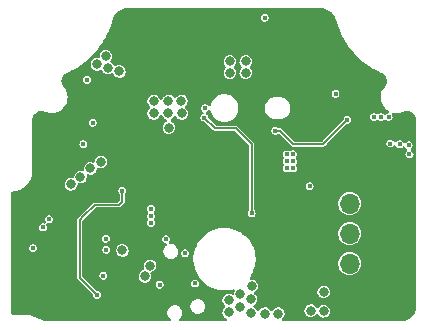
<source format=gbr>
%TF.GenerationSoftware,KiCad,Pcbnew,5.99.0-5f22025611*%
%TF.CreationDate,2021-06-18T16:30:17+00:00*%
%TF.ProjectId,driver,64726976-6572-42e6-9b69-6361645f7063,rev?*%
%TF.SameCoordinates,Original*%
%TF.FileFunction,Copper,L3,Inr*%
%TF.FilePolarity,Positive*%
%FSLAX46Y46*%
G04 Gerber Fmt 4.6, Leading zero omitted, Abs format (unit mm)*
G04 Created by KiCad (PCBNEW 5.99.0-5f22025611) date 2021-06-18 16:30:17*
%MOMM*%
%LPD*%
G01*
G04 APERTURE LIST*
%TA.AperFunction,ComponentPad*%
%ADD10R,1.700000X1.700000*%
%TD*%
%TA.AperFunction,ComponentPad*%
%ADD11O,1.700000X1.700000*%
%TD*%
%TA.AperFunction,ComponentPad*%
%ADD12O,2.000000X1.000000*%
%TD*%
%TA.AperFunction,ViaPad*%
%ADD13C,0.800000*%
%TD*%
%TA.AperFunction,ViaPad*%
%ADD14C,0.400000*%
%TD*%
%TA.AperFunction,Conductor*%
%ADD15C,0.150000*%
%TD*%
G04 APERTURE END LIST*
D10*
%TO.N,GND*%
%TO.C,J102*%
X90600000Y-78900000D03*
D11*
%TO.N,/FAN_PWR*%
X90600000Y-76360000D03*
%TO.N,/FAN_TACHO*%
X90600000Y-73820000D03*
%TO.N,/FAN_PWM*%
X90600000Y-71280000D03*
%TD*%
D12*
%TO.N,GND*%
%TO.C,J101*%
X67600000Y-70880000D03*
X67600000Y-79520000D03*
X63800000Y-70880000D03*
X63800000Y-79520000D03*
%TD*%
D13*
%TO.N,V_{snk}*%
X81300000Y-80000000D03*
X88400000Y-80400000D03*
X82250000Y-80550000D03*
X74000000Y-63650000D03*
X69200000Y-59500000D03*
X82300000Y-78250000D03*
X69950000Y-58800000D03*
X82250000Y-79400000D03*
X76375000Y-63650000D03*
X71100000Y-60100000D03*
X75250000Y-62600000D03*
X81350000Y-78950000D03*
X74000000Y-62600000D03*
X75300000Y-64850000D03*
X87300000Y-80350000D03*
X84550000Y-80600000D03*
X75250000Y-63650000D03*
X80350000Y-79450000D03*
X70150000Y-59800000D03*
X76350000Y-62600000D03*
X80350000Y-80500000D03*
X83400000Y-80600000D03*
X88400000Y-78750000D03*
%TO.N,GND*%
X74800000Y-60750000D03*
D14*
X68358033Y-60143887D03*
X79500000Y-60950000D03*
D13*
X78225000Y-72550000D03*
D14*
X77625000Y-66425000D03*
X92300000Y-62925000D03*
X69175000Y-66500000D03*
X75150000Y-55650000D03*
X95875000Y-65150000D03*
D13*
X74550000Y-59700000D03*
D14*
X95875000Y-64500000D03*
D13*
X66100000Y-74600000D03*
D14*
X86425000Y-72875000D03*
X89700000Y-68575000D03*
D13*
X78100000Y-70700000D03*
X76775000Y-72675000D03*
D14*
X90900000Y-68400000D03*
D13*
X78725000Y-79150000D03*
X79575000Y-72575000D03*
D14*
X91100000Y-61750000D03*
D13*
X75025000Y-70325000D03*
D14*
X87050000Y-73050000D03*
X94775000Y-64050000D03*
D13*
X66100000Y-75950000D03*
D14*
X87050000Y-72400000D03*
X78300000Y-60950000D03*
X95450000Y-64075000D03*
X87050000Y-71800000D03*
X86450000Y-73450000D03*
X90300000Y-68575000D03*
X78900000Y-60950000D03*
D13*
X63700000Y-71925000D03*
D14*
X74500000Y-55650000D03*
D13*
X77450000Y-71700000D03*
D14*
X90425000Y-68000000D03*
%TO.N,V_{bus}*%
X73775000Y-72325000D03*
X73775000Y-71725000D03*
X73775000Y-72900000D03*
%TO.N,Net-(C103-Pad1)*%
X75050000Y-74300000D03*
X64650000Y-73300000D03*
%TO.N,+5V*%
X82300000Y-72100000D03*
X78300000Y-64000000D03*
D13*
%TO.N,+3.3V*%
X81800000Y-59250000D03*
D14*
X85250000Y-68300000D03*
D13*
X80450000Y-59250000D03*
X80450000Y-60200000D03*
D14*
X92650000Y-63950000D03*
X85800000Y-67100000D03*
X85250000Y-67700000D03*
X85250000Y-67100000D03*
D13*
X81800000Y-60200000D03*
D14*
X85800000Y-67700000D03*
X93900000Y-63950000D03*
X93250000Y-63950000D03*
X89400000Y-62000000D03*
X85800000Y-68300000D03*
%TO.N,/CC2*%
X70000000Y-75200000D03*
%TO.N,/CC1*%
X69950000Y-74250000D03*
%TO.N,/FAN_TACHO*%
X94824162Y-66255742D03*
%TO.N,/FAN_PWM*%
X94050000Y-66200000D03*
%TO.N,/SW1*%
X68350000Y-60800000D03*
%TO.N,/SW2*%
X68850000Y-64450000D03*
%TO.N,/POT_WIPER*%
X95650000Y-67100000D03*
D13*
%TO.N,Net-(D111-Pad3)*%
X73250000Y-77450000D03*
X69550000Y-67750000D03*
X67000000Y-69650000D03*
X71350000Y-75250000D03*
X73700000Y-76550000D03*
X67800000Y-69050000D03*
X68650000Y-68300000D03*
D14*
%TO.N,/FAN_VOLTAGE_SEL*%
X87200000Y-69825000D03*
%TO.N,/PROG_SCL*%
X76650000Y-75500000D03*
%TO.N,/PROG_SDA*%
X77500000Y-78050000D03*
%TO.N,/RESET*%
X74500000Y-78150000D03*
X69750000Y-77400000D03*
%TO.N,/REG_EN*%
X78350000Y-63200000D03*
X84300000Y-65125000D03*
X90400000Y-64200000D03*
%TO.N,Net-(R114-Pad1)*%
X63800000Y-75050000D03*
X68050000Y-66250000D03*
%TO.N,Net-(R115-Pad1)*%
X71350000Y-70200000D03*
X69200000Y-79000000D03*
%TO.N,/HI_PWR*%
X83400000Y-55550000D03*
X65136531Y-72609500D03*
%TO.N,/POT_SUPPLY*%
X95600000Y-66350000D03*
%TD*%
D15*
%TO.N,+5V*%
X78300000Y-64000000D02*
X79200000Y-64900000D01*
X81700000Y-65650000D02*
X82300000Y-66250000D01*
X79200000Y-64900000D02*
X80850000Y-64900000D01*
X80850000Y-64900000D02*
X80950000Y-64900000D01*
X80950000Y-64900000D02*
X81700000Y-65650000D01*
X82300000Y-66250000D02*
X82300000Y-72100000D01*
%TO.N,/REG_EN*%
X85800000Y-66250000D02*
X84675000Y-65125000D01*
X88350000Y-66250000D02*
X85800000Y-66250000D01*
X84675000Y-65125000D02*
X84300000Y-65125000D01*
X90400000Y-64200000D02*
X88350000Y-66250000D01*
%TO.N,Net-(R115-Pad1)*%
X69200000Y-79000000D02*
X67750000Y-77550000D01*
X71100000Y-71400000D02*
X71350000Y-71150000D01*
X68050000Y-72350000D02*
X69000000Y-71400000D01*
X69000000Y-71400000D02*
X70600000Y-71400000D01*
X67750000Y-74100000D02*
X67750000Y-72650000D01*
X67750000Y-72650000D02*
X68050000Y-72350000D01*
X70600000Y-71400000D02*
X71100000Y-71400000D01*
X71350000Y-71150000D02*
X71350000Y-70200000D01*
X67750000Y-77550000D02*
X67750000Y-74100000D01*
%TD*%
%TA.AperFunction,Conductor*%
%TO.N,GND*%
G36*
X88190162Y-54756963D02*
G01*
X88192322Y-54757440D01*
X88192328Y-54757441D01*
X88198367Y-54758774D01*
X88204550Y-54758904D01*
X88204554Y-54758904D01*
X88296742Y-54760835D01*
X88304648Y-54761249D01*
X88344654Y-54764609D01*
X88354770Y-54765872D01*
X88507312Y-54791228D01*
X88517468Y-54793350D01*
X88547376Y-54800894D01*
X88557325Y-54803844D01*
X88701795Y-54853243D01*
X88711465Y-54857001D01*
X88731885Y-54865921D01*
X88739102Y-54869073D01*
X88739745Y-54869354D01*
X88749075Y-54873896D01*
X88883486Y-54946322D01*
X88892403Y-54951612D01*
X88918290Y-54968448D01*
X88926735Y-54974449D01*
X89047150Y-55067711D01*
X89047429Y-55067927D01*
X89055362Y-55074611D01*
X89065021Y-55083455D01*
X89078162Y-55095487D01*
X89085509Y-55102794D01*
X89116322Y-55136067D01*
X89189226Y-55214791D01*
X89195959Y-55222690D01*
X89215008Y-55247001D01*
X89221065Y-55255424D01*
X89305019Y-55382933D01*
X89310365Y-55391830D01*
X89325156Y-55418913D01*
X89329750Y-55428215D01*
X89337687Y-55446108D01*
X89390195Y-55564477D01*
X89391650Y-55567758D01*
X89395464Y-55577410D01*
X89410491Y-55620560D01*
X89412809Y-55627938D01*
X89431015Y-55692778D01*
X89431382Y-55694114D01*
X89488427Y-55907213D01*
X89489271Y-55911436D01*
X89489431Y-55911398D01*
X89490844Y-55917418D01*
X89491662Y-55923562D01*
X89495602Y-55935115D01*
X89498056Y-55943184D01*
X89501219Y-55955000D01*
X89503954Y-55960549D01*
X89506133Y-55966343D01*
X89505978Y-55966401D01*
X89507633Y-55970389D01*
X89652043Y-56393798D01*
X89653335Y-56398491D01*
X89653345Y-56398488D01*
X89655214Y-56404391D01*
X89656494Y-56410445D01*
X89660487Y-56419766D01*
X89660629Y-56420097D01*
X89664059Y-56429027D01*
X89667448Y-56438964D01*
X89670553Y-56444324D01*
X89673114Y-56449954D01*
X89673103Y-56449959D01*
X89675282Y-56454305D01*
X89852129Y-56867145D01*
X89853774Y-56871728D01*
X89853785Y-56871724D01*
X89856094Y-56877461D01*
X89857831Y-56883403D01*
X89860694Y-56888892D01*
X89860695Y-56888895D01*
X89862687Y-56892715D01*
X89866788Y-56901364D01*
X89868480Y-56905315D01*
X89868483Y-56905320D01*
X89870919Y-56911007D01*
X89874421Y-56916115D01*
X89877401Y-56921531D01*
X89877390Y-56921537D01*
X89879894Y-56925705D01*
X90087593Y-57323929D01*
X90089577Y-57328364D01*
X90089588Y-57328359D01*
X90092327Y-57333908D01*
X90094511Y-57339702D01*
X90097781Y-57344955D01*
X90097783Y-57344959D01*
X90100050Y-57348600D01*
X90104801Y-57356922D01*
X90106796Y-57360747D01*
X90109657Y-57366232D01*
X90113530Y-57371051D01*
X90116919Y-57376236D01*
X90116910Y-57376242D01*
X90119730Y-57380217D01*
X90357064Y-57761495D01*
X90359383Y-57765774D01*
X90359393Y-57765768D01*
X90362545Y-57771091D01*
X90365164Y-57776705D01*
X90371372Y-57785169D01*
X90376731Y-57793090D01*
X90382282Y-57802008D01*
X90386517Y-57806525D01*
X90390289Y-57811437D01*
X90390280Y-57811444D01*
X90393390Y-57815190D01*
X90658997Y-58177340D01*
X90661631Y-58181426D01*
X90661641Y-58181419D01*
X90665192Y-58186493D01*
X90668228Y-58191889D01*
X90675063Y-58199860D01*
X90681006Y-58207349D01*
X90687218Y-58215819D01*
X90691783Y-58220001D01*
X90695917Y-58224611D01*
X90695908Y-58224619D01*
X90699297Y-58228121D01*
X90991641Y-58569047D01*
X90994583Y-58572927D01*
X90994592Y-58572920D01*
X90998516Y-58577707D01*
X91001952Y-58582855D01*
X91006324Y-58587231D01*
X91006326Y-58587234D01*
X91009366Y-58590277D01*
X91015871Y-58597305D01*
X91018670Y-58600569D01*
X91018678Y-58600577D01*
X91022704Y-58605272D01*
X91027569Y-58609092D01*
X91032041Y-58613375D01*
X91032033Y-58613383D01*
X91035673Y-58616613D01*
X91353078Y-58934358D01*
X91356304Y-58938001D01*
X91356313Y-58937992D01*
X91360585Y-58942462D01*
X91364408Y-58947343D01*
X91369109Y-58951382D01*
X91369113Y-58951387D01*
X91372367Y-58954183D01*
X91379388Y-58960697D01*
X91382425Y-58963737D01*
X91382430Y-58963741D01*
X91386804Y-58968120D01*
X91391949Y-58971562D01*
X91396730Y-58975490D01*
X91396723Y-58975499D01*
X91400598Y-58978444D01*
X91741214Y-59271157D01*
X91744712Y-59274549D01*
X91744720Y-59274540D01*
X91749322Y-59278676D01*
X91753500Y-59283247D01*
X91758487Y-59286913D01*
X91758495Y-59286920D01*
X91761968Y-59289473D01*
X91769454Y-59295427D01*
X91772713Y-59298227D01*
X91777410Y-59302263D01*
X91782800Y-59305303D01*
X91787867Y-59308858D01*
X91787860Y-59308867D01*
X91791938Y-59311502D01*
X91852464Y-59355993D01*
X92153819Y-59577511D01*
X92157560Y-59580624D01*
X92157567Y-59580614D01*
X92162470Y-59584388D01*
X92166983Y-59588629D01*
X92175894Y-59594189D01*
X92183818Y-59599563D01*
X92186632Y-59601631D01*
X92192268Y-59605774D01*
X92197872Y-59608395D01*
X92203194Y-59611555D01*
X92203188Y-59611565D01*
X92207464Y-59613888D01*
X92588493Y-59851635D01*
X92592458Y-59854453D01*
X92592464Y-59854444D01*
X92597650Y-59857842D01*
X92602466Y-59861722D01*
X92607948Y-59864589D01*
X92607950Y-59864590D01*
X92611761Y-59866583D01*
X92620065Y-59871336D01*
X92623725Y-59873619D01*
X92628979Y-59876897D01*
X92634768Y-59879086D01*
X92640315Y-59881832D01*
X92640310Y-59881842D01*
X92644754Y-59883836D01*
X92799020Y-59964506D01*
X93041186Y-60091142D01*
X93044866Y-60093382D01*
X93044948Y-60093237D01*
X93050342Y-60096275D01*
X93055411Y-60099825D01*
X93066599Y-60104750D01*
X93074193Y-60108402D01*
X93077361Y-60110059D01*
X93079402Y-60111126D01*
X93085024Y-60114066D01*
X93090963Y-60115809D01*
X93096703Y-60118126D01*
X93096640Y-60118281D01*
X93100688Y-60119757D01*
X93316981Y-60214974D01*
X93319223Y-60215987D01*
X93343918Y-60227444D01*
X93352272Y-60231705D01*
X93383882Y-60249338D01*
X93395180Y-60256450D01*
X93421204Y-60274829D01*
X93485701Y-60320379D01*
X93496027Y-60328511D01*
X93508110Y-60339095D01*
X93517528Y-60348257D01*
X93588803Y-60425227D01*
X93593777Y-60430599D01*
X93602193Y-60440696D01*
X93611827Y-60453568D01*
X93619138Y-60464479D01*
X93636455Y-60493494D01*
X93676658Y-60560855D01*
X93682802Y-60572489D01*
X93689542Y-60587046D01*
X93694438Y-60599254D01*
X93706179Y-60633622D01*
X93727525Y-60696108D01*
X93730720Y-60705462D01*
X93734315Y-60718109D01*
X93737892Y-60733758D01*
X93740147Y-60746702D01*
X93746117Y-60796094D01*
X93753616Y-60858145D01*
X93754510Y-60871266D01*
X93754764Y-60887300D01*
X93754287Y-60900430D01*
X93744348Y-61012266D01*
X93742509Y-61025238D01*
X93739427Y-61041004D01*
X93736233Y-61053760D01*
X93703325Y-61161077D01*
X93698817Y-61173436D01*
X93692544Y-61188191D01*
X93686775Y-61200005D01*
X93683016Y-61206783D01*
X93632334Y-61298152D01*
X93625362Y-61309305D01*
X93606960Y-61335585D01*
X93601167Y-61343222D01*
X93568924Y-61382529D01*
X93502857Y-61462655D01*
X93500670Y-61465234D01*
X93488872Y-61478767D01*
X93487271Y-61481559D01*
X93485226Y-61484039D01*
X93477111Y-61499138D01*
X93476749Y-61499811D01*
X93475081Y-61502816D01*
X93357627Y-61707639D01*
X93357606Y-61707701D01*
X93357575Y-61707755D01*
X93272911Y-61957635D01*
X93272903Y-61957694D01*
X93272882Y-61957756D01*
X93272097Y-61963635D01*
X93272096Y-61963640D01*
X93246368Y-62156377D01*
X93237972Y-62219270D01*
X93237976Y-62219336D01*
X93237968Y-62219397D01*
X93238338Y-62225428D01*
X93238338Y-62225429D01*
X93253593Y-62474073D01*
X93254124Y-62482736D01*
X93254140Y-62482798D01*
X93254144Y-62482859D01*
X93320759Y-62738144D01*
X93320786Y-62738199D01*
X93320802Y-62738262D01*
X93339252Y-62776531D01*
X93432721Y-62970410D01*
X93432724Y-62970415D01*
X93435377Y-62975918D01*
X93435416Y-62975970D01*
X93435443Y-62976026D01*
X93593681Y-63187140D01*
X93593731Y-63187184D01*
X93593766Y-63187232D01*
X93789731Y-63363883D01*
X93789787Y-63363916D01*
X93789833Y-63363958D01*
X93795249Y-63367202D01*
X93795252Y-63367204D01*
X93847902Y-63398737D01*
X93896065Y-63450898D01*
X93908382Y-63520818D01*
X93880942Y-63586298D01*
X93826256Y-63625233D01*
X93732250Y-63659448D01*
X93665650Y-63715333D01*
X93655992Y-63723437D01*
X93590952Y-63751902D01*
X93520847Y-63740685D01*
X93494008Y-63723437D01*
X93484351Y-63715333D01*
X93417750Y-63659448D01*
X93308259Y-63619597D01*
X93191741Y-63619597D01*
X93082250Y-63659448D01*
X93073804Y-63666535D01*
X93030992Y-63702459D01*
X92965951Y-63730924D01*
X92895846Y-63719707D01*
X92869008Y-63702459D01*
X92826196Y-63666535D01*
X92817750Y-63659448D01*
X92708259Y-63619597D01*
X92591741Y-63619597D01*
X92482250Y-63659448D01*
X92473804Y-63666535D01*
X92405992Y-63723437D01*
X92392992Y-63734345D01*
X92334733Y-63835252D01*
X92314500Y-63950000D01*
X92334733Y-64064748D01*
X92340245Y-64074295D01*
X92372497Y-64130156D01*
X92392992Y-64165655D01*
X92401433Y-64172738D01*
X92401434Y-64172739D01*
X92467154Y-64227885D01*
X92482250Y-64240552D01*
X92591741Y-64280403D01*
X92708259Y-64280403D01*
X92817750Y-64240552D01*
X92833590Y-64227261D01*
X92869008Y-64197541D01*
X92934049Y-64169076D01*
X93004154Y-64180293D01*
X93030992Y-64197541D01*
X93066411Y-64227261D01*
X93082250Y-64240552D01*
X93191741Y-64280403D01*
X93308259Y-64280403D01*
X93417750Y-64240552D01*
X93433590Y-64227261D01*
X93463471Y-64202187D01*
X93494009Y-64176563D01*
X93559048Y-64148098D01*
X93629153Y-64159315D01*
X93655990Y-64176562D01*
X93686529Y-64202187D01*
X93716411Y-64227261D01*
X93732250Y-64240552D01*
X93841741Y-64280403D01*
X93958259Y-64280403D01*
X94067750Y-64240552D01*
X94082846Y-64227885D01*
X94148566Y-64172739D01*
X94148567Y-64172738D01*
X94157008Y-64165655D01*
X94177504Y-64130156D01*
X94209755Y-64074295D01*
X94215267Y-64064748D01*
X94235500Y-63950000D01*
X94215267Y-63835252D01*
X94197545Y-63804556D01*
X94185720Y-63784075D01*
X94168982Y-63715080D01*
X94192202Y-63647988D01*
X94248010Y-63604101D01*
X94313874Y-63596521D01*
X94525444Y-63628859D01*
X94525507Y-63628856D01*
X94525570Y-63628866D01*
X94789167Y-63617708D01*
X94789226Y-63617694D01*
X94789292Y-63617691D01*
X94794942Y-63616331D01*
X94794946Y-63616330D01*
X95018768Y-63562437D01*
X95022145Y-63561673D01*
X95033658Y-63559233D01*
X95033661Y-63559232D01*
X95039712Y-63557950D01*
X95042670Y-63556682D01*
X95045795Y-63555929D01*
X95051409Y-63553337D01*
X95051413Y-63553335D01*
X95062079Y-63548409D01*
X95065242Y-63547001D01*
X95115785Y-63525324D01*
X95184081Y-63496034D01*
X95184571Y-63495698D01*
X95185742Y-63495126D01*
X95207314Y-63485887D01*
X95216029Y-63482531D01*
X95240984Y-63473969D01*
X95253184Y-63470459D01*
X95291804Y-63461428D01*
X95361211Y-63445198D01*
X95373604Y-63442947D01*
X95384748Y-63441494D01*
X95397303Y-63440491D01*
X95463399Y-63438530D01*
X95508914Y-63437180D01*
X95521501Y-63437437D01*
X95532712Y-63438227D01*
X95545214Y-63439740D01*
X95655248Y-63458673D01*
X95667541Y-63461428D01*
X95677574Y-63464209D01*
X95678360Y-63464427D01*
X95690311Y-63468393D01*
X95794397Y-63508818D01*
X95805899Y-63513961D01*
X95815923Y-63519059D01*
X95826848Y-63525322D01*
X95920822Y-63585624D01*
X95931044Y-63592929D01*
X95939889Y-63599944D01*
X95949322Y-63608227D01*
X96029448Y-63686012D01*
X96038033Y-63695223D01*
X96045275Y-63703818D01*
X96052900Y-63713844D01*
X96115960Y-63805986D01*
X96122546Y-63816725D01*
X96127937Y-63826590D01*
X96133417Y-63837930D01*
X96176225Y-63939145D01*
X96176903Y-63940749D01*
X96181222Y-63952578D01*
X96184466Y-63963060D01*
X96184553Y-63963342D01*
X96187669Y-63975544D01*
X96189105Y-63982625D01*
X96209854Y-64084955D01*
X96211738Y-64097416D01*
X96214179Y-64121746D01*
X96214768Y-64131163D01*
X96216085Y-64183622D01*
X96216712Y-64208622D01*
X96218070Y-64214656D01*
X96218832Y-64220806D01*
X96218682Y-64220825D01*
X96221000Y-64241678D01*
X96221000Y-66995399D01*
X96200998Y-67063520D01*
X96157730Y-67101012D01*
X96192794Y-67125151D01*
X96220224Y-67190635D01*
X96221000Y-67204601D01*
X96221000Y-79935947D01*
X96218114Y-79962759D01*
X96216497Y-79970185D01*
X96216385Y-79976381D01*
X96214757Y-80066407D01*
X96214390Y-80074016D01*
X96211619Y-80109222D01*
X96210456Y-80119045D01*
X96205971Y-80147365D01*
X96186774Y-80268571D01*
X96184851Y-80278239D01*
X96181576Y-80291880D01*
X96179307Y-80301331D01*
X96176622Y-80310851D01*
X96129843Y-80454820D01*
X96126419Y-80464100D01*
X96117345Y-80486007D01*
X96113203Y-80494992D01*
X96099558Y-80521773D01*
X96044479Y-80629872D01*
X96039645Y-80638503D01*
X96027250Y-80658730D01*
X96021756Y-80666952D01*
X95933791Y-80788026D01*
X95932781Y-80789416D01*
X95926655Y-80797187D01*
X95911241Y-80815234D01*
X95904526Y-80822497D01*
X95797493Y-80929530D01*
X95790226Y-80936248D01*
X95772193Y-80951649D01*
X95764427Y-80957772D01*
X95641946Y-81046761D01*
X95633725Y-81052253D01*
X95613506Y-81064643D01*
X95604875Y-81069477D01*
X95469993Y-81138203D01*
X95461004Y-81142346D01*
X95439093Y-81151421D01*
X95429815Y-81154844D01*
X95285854Y-81201620D01*
X95276332Y-81204306D01*
X95253269Y-81209843D01*
X95243567Y-81211772D01*
X95094039Y-81235457D01*
X95084227Y-81236619D01*
X95055533Y-81238877D01*
X95049015Y-81239390D01*
X95041410Y-81239757D01*
X94971586Y-81241020D01*
X94945185Y-81241497D01*
X94939128Y-81242816D01*
X94939129Y-81242816D01*
X94937759Y-81243114D01*
X94910947Y-81246000D01*
X84952900Y-81246000D01*
X84884779Y-81225998D01*
X84838286Y-81172342D01*
X84828182Y-81102068D01*
X84857676Y-81037488D01*
X84882078Y-81015788D01*
X84901211Y-81002785D01*
X84901213Y-81002783D01*
X84908319Y-80997954D01*
X85002138Y-80886935D01*
X85062645Y-80754777D01*
X85085383Y-80611215D01*
X85085500Y-80600000D01*
X85065774Y-80455993D01*
X85048950Y-80417116D01*
X86768723Y-80417116D01*
X86806342Y-80557515D01*
X86880332Y-80682625D01*
X86886531Y-80688570D01*
X86886533Y-80688572D01*
X86935643Y-80735666D01*
X86985241Y-80783229D01*
X86992807Y-80787286D01*
X86992810Y-80787288D01*
X87044930Y-80815234D01*
X87113340Y-80851915D01*
X87255191Y-80883622D01*
X87263764Y-80883173D01*
X87263768Y-80883173D01*
X87391760Y-80876465D01*
X87391761Y-80876465D01*
X87400343Y-80876015D01*
X87484604Y-80847658D01*
X87529967Y-80832392D01*
X87529969Y-80832391D01*
X87538102Y-80829654D01*
X87658319Y-80747954D01*
X87664323Y-80740850D01*
X87717374Y-80678072D01*
X87738653Y-80652892D01*
X87797900Y-80613772D01*
X87868891Y-80612894D01*
X87929087Y-80650536D01*
X87943337Y-80670070D01*
X87980332Y-80732625D01*
X87986531Y-80738570D01*
X87986533Y-80738572D01*
X88028825Y-80779128D01*
X88085241Y-80833229D01*
X88092807Y-80837286D01*
X88092810Y-80837288D01*
X88144111Y-80864795D01*
X88213340Y-80901915D01*
X88355191Y-80933622D01*
X88363764Y-80933173D01*
X88363768Y-80933173D01*
X88491760Y-80926465D01*
X88491761Y-80926465D01*
X88500343Y-80926015D01*
X88584025Y-80897853D01*
X88629967Y-80882392D01*
X88629969Y-80882391D01*
X88638102Y-80879654D01*
X88657998Y-80866133D01*
X88674379Y-80855000D01*
X88758319Y-80797954D01*
X88852138Y-80686935D01*
X88912645Y-80554777D01*
X88935383Y-80411215D01*
X88935500Y-80400000D01*
X88915774Y-80255993D01*
X88904374Y-80229650D01*
X88861460Y-80130481D01*
X88861459Y-80130479D01*
X88858048Y-80122597D01*
X88794633Y-80044286D01*
X88771983Y-80016315D01*
X88771982Y-80016314D01*
X88766575Y-80009637D01*
X88759573Y-80004661D01*
X88759571Y-80004659D01*
X88655097Y-79930414D01*
X88648095Y-79925438D01*
X88511337Y-79876202D01*
X88502777Y-79875573D01*
X88502775Y-79875573D01*
X88413965Y-79869052D01*
X88366376Y-79865557D01*
X88223892Y-79894286D01*
X88094383Y-79960275D01*
X87987390Y-80058659D01*
X87981302Y-80068478D01*
X87974760Y-80079029D01*
X87921863Y-80126383D01*
X87851762Y-80137622D01*
X87786712Y-80109177D01*
X87760799Y-80078955D01*
X87758048Y-80072597D01*
X87735122Y-80044286D01*
X87671983Y-79966315D01*
X87671982Y-79966314D01*
X87666575Y-79959637D01*
X87659573Y-79954661D01*
X87659571Y-79954659D01*
X87555097Y-79880414D01*
X87548095Y-79875438D01*
X87411337Y-79826202D01*
X87402777Y-79825573D01*
X87402775Y-79825573D01*
X87313965Y-79819052D01*
X87266376Y-79815557D01*
X87199154Y-79829111D01*
X87137799Y-79841482D01*
X87123892Y-79844286D01*
X86994383Y-79910275D01*
X86887390Y-80008659D01*
X86882866Y-80015956D01*
X86882864Y-80015958D01*
X86865300Y-80044286D01*
X86810796Y-80132193D01*
X86808399Y-80140444D01*
X86808398Y-80140446D01*
X86789322Y-80206109D01*
X86770245Y-80271773D01*
X86768723Y-80417116D01*
X85048950Y-80417116D01*
X85011460Y-80330481D01*
X85011459Y-80330479D01*
X85008048Y-80322597D01*
X84932781Y-80229650D01*
X84921983Y-80216315D01*
X84921982Y-80216314D01*
X84916575Y-80209637D01*
X84909573Y-80204661D01*
X84909571Y-80204659D01*
X84805097Y-80130414D01*
X84798095Y-80125438D01*
X84661337Y-80076202D01*
X84652777Y-80075573D01*
X84652775Y-80075573D01*
X84556153Y-80068478D01*
X84516376Y-80065557D01*
X84373892Y-80094286D01*
X84325300Y-80119045D01*
X84255260Y-80154733D01*
X84244383Y-80160275D01*
X84137390Y-80258659D01*
X84132865Y-80265957D01*
X84132860Y-80265963D01*
X84083580Y-80345444D01*
X84030684Y-80392800D01*
X83960583Y-80404039D01*
X83895533Y-80375595D01*
X83866919Y-80337218D01*
X83865910Y-80337829D01*
X83861460Y-80330481D01*
X83858048Y-80322597D01*
X83782781Y-80229650D01*
X83771983Y-80216315D01*
X83771982Y-80216314D01*
X83766575Y-80209637D01*
X83759573Y-80204661D01*
X83759571Y-80204659D01*
X83655097Y-80130414D01*
X83648095Y-80125438D01*
X83511337Y-80076202D01*
X83502777Y-80075573D01*
X83502775Y-80075573D01*
X83406153Y-80068478D01*
X83366376Y-80065557D01*
X83223892Y-80094286D01*
X83175300Y-80119045D01*
X83105260Y-80154733D01*
X83094383Y-80160275D01*
X82987390Y-80258659D01*
X82982867Y-80265954D01*
X82982862Y-80265960D01*
X82946323Y-80324892D01*
X82893427Y-80372247D01*
X82823325Y-80383486D01*
X82758276Y-80355042D01*
X82723600Y-80308535D01*
X82711461Y-80280483D01*
X82711460Y-80280481D01*
X82708048Y-80272597D01*
X82653033Y-80204659D01*
X82621983Y-80166315D01*
X82621982Y-80166314D01*
X82616575Y-80159637D01*
X82500159Y-80076905D01*
X82456219Y-80021140D01*
X82449403Y-79950471D01*
X82481876Y-79887336D01*
X82502326Y-79869987D01*
X82507919Y-79866186D01*
X82608319Y-79797954D01*
X82702138Y-79686935D01*
X82762645Y-79554777D01*
X82785383Y-79411215D01*
X82785500Y-79400000D01*
X82765774Y-79255993D01*
X82762362Y-79248108D01*
X82711460Y-79130481D01*
X82711459Y-79130479D01*
X82708048Y-79122597D01*
X82643992Y-79043494D01*
X82621983Y-79016315D01*
X82621982Y-79016314D01*
X82616575Y-79009637D01*
X82522878Y-78943050D01*
X82478941Y-78887289D01*
X82472172Y-78817116D01*
X87868723Y-78817116D01*
X87906342Y-78957515D01*
X87980332Y-79082625D01*
X87986531Y-79088570D01*
X87986533Y-79088572D01*
X88015091Y-79115958D01*
X88085241Y-79183229D01*
X88092807Y-79187286D01*
X88092810Y-79187288D01*
X88145715Y-79215655D01*
X88213340Y-79251915D01*
X88355191Y-79283622D01*
X88363764Y-79283173D01*
X88363768Y-79283173D01*
X88491760Y-79276465D01*
X88491761Y-79276465D01*
X88500343Y-79276015D01*
X88584025Y-79247853D01*
X88629967Y-79232392D01*
X88629969Y-79232391D01*
X88638102Y-79229654D01*
X88758319Y-79147954D01*
X88852138Y-79036935D01*
X88912645Y-78904777D01*
X88935383Y-78761215D01*
X88935500Y-78750000D01*
X88915774Y-78605993D01*
X88912362Y-78598108D01*
X88861460Y-78480481D01*
X88861459Y-78480479D01*
X88858048Y-78472597D01*
X88783391Y-78380403D01*
X88771983Y-78366315D01*
X88771982Y-78366314D01*
X88766575Y-78359637D01*
X88759573Y-78354661D01*
X88759571Y-78354659D01*
X88655097Y-78280414D01*
X88648095Y-78275438D01*
X88511337Y-78226202D01*
X88502777Y-78225573D01*
X88502775Y-78225573D01*
X88413965Y-78219052D01*
X88366376Y-78215557D01*
X88223892Y-78244286D01*
X88094383Y-78310275D01*
X87987390Y-78408659D01*
X87982866Y-78415956D01*
X87982864Y-78415958D01*
X87965300Y-78444286D01*
X87910796Y-78532193D01*
X87908399Y-78540444D01*
X87908398Y-78540446D01*
X87888581Y-78608659D01*
X87870245Y-78671773D01*
X87868723Y-78817116D01*
X82472172Y-78817116D01*
X82472124Y-78816620D01*
X82504596Y-78753484D01*
X82535905Y-78730393D01*
X82538102Y-78729654D01*
X82658319Y-78647954D01*
X82752138Y-78536935D01*
X82812645Y-78404777D01*
X82835383Y-78261215D01*
X82835500Y-78250000D01*
X82815774Y-78105993D01*
X82796241Y-78060855D01*
X82761460Y-77980481D01*
X82761459Y-77980479D01*
X82758048Y-77972597D01*
X82688966Y-77887288D01*
X82671983Y-77866315D01*
X82671982Y-77866314D01*
X82666575Y-77859637D01*
X82659573Y-77854661D01*
X82659571Y-77854659D01*
X82555097Y-77780414D01*
X82548095Y-77775438D01*
X82411337Y-77726202D01*
X82402777Y-77725573D01*
X82402775Y-77725573D01*
X82274942Y-77716186D01*
X82266376Y-77715557D01*
X82258666Y-77717112D01*
X82189765Y-77701506D01*
X82139993Y-77650877D01*
X82125494Y-77581377D01*
X82147252Y-77520071D01*
X82229774Y-77400000D01*
X82259064Y-77357383D01*
X82270603Y-77335218D01*
X82341317Y-77199377D01*
X82407649Y-77071954D01*
X82423421Y-77029772D01*
X82518995Y-76774147D01*
X82518997Y-76774142D01*
X82520341Y-76770546D01*
X82561744Y-76598093D01*
X82594562Y-76461396D01*
X82594563Y-76461391D01*
X82595461Y-76457650D01*
X82595630Y-76456168D01*
X89619203Y-76456168D01*
X89658573Y-76651420D01*
X89661067Y-76657295D01*
X89707553Y-76766808D01*
X89736400Y-76834768D01*
X89849504Y-76998722D01*
X89993266Y-77136585D01*
X90161812Y-77242724D01*
X90348258Y-77312804D01*
X90354556Y-77313802D01*
X90354558Y-77313802D01*
X90399715Y-77320954D01*
X90544988Y-77343963D01*
X90678175Y-77337915D01*
X90737581Y-77335218D01*
X90737582Y-77335218D01*
X90743965Y-77334928D01*
X90750156Y-77333361D01*
X90750159Y-77333361D01*
X90930873Y-77287633D01*
X90930875Y-77287632D01*
X90937061Y-77286067D01*
X90958496Y-77275705D01*
X91110640Y-77202156D01*
X91110642Y-77202155D01*
X91116388Y-77199377D01*
X91121457Y-77195501D01*
X91121461Y-77195499D01*
X91225496Y-77115958D01*
X91274621Y-77078399D01*
X91405296Y-76928074D01*
X91503075Y-76754544D01*
X91563964Y-76564897D01*
X91576470Y-76449780D01*
X91585119Y-76370168D01*
X91585119Y-76370164D01*
X91585476Y-76366880D01*
X91585500Y-76360000D01*
X91570869Y-76215958D01*
X91566016Y-76168187D01*
X91566016Y-76168186D01*
X91565371Y-76161838D01*
X91505808Y-75971770D01*
X91491787Y-75946474D01*
X91412336Y-75803142D01*
X91409243Y-75797562D01*
X91279620Y-75646329D01*
X91130169Y-75530403D01*
X91127279Y-75528161D01*
X91127276Y-75528159D01*
X91122235Y-75524249D01*
X91116509Y-75521431D01*
X91116505Y-75521429D01*
X90949247Y-75439128D01*
X90943518Y-75436309D01*
X90822466Y-75404777D01*
X90756950Y-75387711D01*
X90756947Y-75387711D01*
X90750768Y-75386101D01*
X90665272Y-75381620D01*
X90558240Y-75376011D01*
X90558236Y-75376011D01*
X90551859Y-75375677D01*
X90354916Y-75405461D01*
X90348921Y-75407667D01*
X90348920Y-75407667D01*
X90235996Y-75449215D01*
X90167985Y-75474238D01*
X89998702Y-75579199D01*
X89853981Y-75716054D01*
X89739735Y-75879214D01*
X89737201Y-75885070D01*
X89668303Y-76044286D01*
X89660631Y-76062014D01*
X89659325Y-76068264D01*
X89659325Y-76068265D01*
X89631210Y-76202846D01*
X89619899Y-76256987D01*
X89619817Y-76280481D01*
X89619349Y-76414506D01*
X89619203Y-76456168D01*
X82595630Y-76456168D01*
X82606962Y-76356711D01*
X82622998Y-76215958D01*
X82631888Y-76137931D01*
X82635500Y-76000000D01*
X82615855Y-75678813D01*
X82611031Y-75652782D01*
X82565015Y-75404506D01*
X82557214Y-75362415D01*
X82460451Y-75055521D01*
X82457948Y-75050027D01*
X82328607Y-74766216D01*
X82328605Y-74766212D01*
X82327008Y-74762708D01*
X82158875Y-74488339D01*
X82146467Y-74472739D01*
X81960953Y-74239517D01*
X81958558Y-74236506D01*
X81941867Y-74220103D01*
X81789197Y-74070075D01*
X81729044Y-74010963D01*
X81675135Y-73969597D01*
X81605505Y-73916168D01*
X89619203Y-73916168D01*
X89658573Y-74111420D01*
X89736400Y-74294768D01*
X89849504Y-74458722D01*
X89993266Y-74596585D01*
X90161812Y-74702724D01*
X90167786Y-74704969D01*
X90167787Y-74704970D01*
X90226187Y-74726921D01*
X90348258Y-74772804D01*
X90354556Y-74773802D01*
X90354558Y-74773802D01*
X90435293Y-74786589D01*
X90544988Y-74803963D01*
X90678175Y-74797915D01*
X90737581Y-74795218D01*
X90737582Y-74795218D01*
X90743965Y-74794928D01*
X90750156Y-74793361D01*
X90750159Y-74793361D01*
X90930873Y-74747633D01*
X90930875Y-74747632D01*
X90937061Y-74746067D01*
X90944258Y-74742588D01*
X91110640Y-74662156D01*
X91110642Y-74662155D01*
X91116388Y-74659377D01*
X91121457Y-74655501D01*
X91121461Y-74655499D01*
X91219682Y-74580403D01*
X91274621Y-74538399D01*
X91405296Y-74388074D01*
X91503075Y-74214544D01*
X91563964Y-74024897D01*
X91575096Y-73922429D01*
X91585119Y-73830168D01*
X91585119Y-73830164D01*
X91585476Y-73826880D01*
X91585500Y-73820000D01*
X91584801Y-73813113D01*
X91566016Y-73628187D01*
X91566016Y-73628186D01*
X91565371Y-73621838D01*
X91505808Y-73431770D01*
X91409243Y-73257562D01*
X91279620Y-73106329D01*
X91163858Y-73016535D01*
X91127279Y-72988161D01*
X91127276Y-72988159D01*
X91122235Y-72984249D01*
X91116509Y-72981431D01*
X91116505Y-72981429D01*
X90949247Y-72899128D01*
X90943518Y-72896309D01*
X90825092Y-72865461D01*
X90756950Y-72847711D01*
X90756947Y-72847711D01*
X90750768Y-72846101D01*
X90665272Y-72841620D01*
X90558240Y-72836011D01*
X90558236Y-72836011D01*
X90551859Y-72835677D01*
X90354916Y-72865461D01*
X90348921Y-72867667D01*
X90348920Y-72867667D01*
X90290545Y-72889145D01*
X90167985Y-72934238D01*
X89998702Y-73039199D01*
X89853981Y-73176054D01*
X89739735Y-73339214D01*
X89737201Y-73345070D01*
X89697044Y-73437869D01*
X89660631Y-73522014D01*
X89659325Y-73528264D01*
X89659325Y-73528265D01*
X89633848Y-73650219D01*
X89619899Y-73716987D01*
X89619877Y-73723375D01*
X89619504Y-73830168D01*
X89619203Y-73916168D01*
X81605505Y-73916168D01*
X81476816Y-73817421D01*
X81476812Y-73817419D01*
X81473753Y-73815071D01*
X81286736Y-73704910D01*
X81199808Y-73653705D01*
X81199805Y-73653703D01*
X81196492Y-73651752D01*
X80901394Y-73523440D01*
X80897700Y-73522346D01*
X80897695Y-73522344D01*
X80667987Y-73454302D01*
X80592859Y-73432048D01*
X80275485Y-73378938D01*
X79954004Y-73364901D01*
X79793606Y-73377525D01*
X79637044Y-73389847D01*
X79637041Y-73389847D01*
X79633209Y-73390149D01*
X79317882Y-73454302D01*
X79012724Y-73556407D01*
X78722284Y-73694940D01*
X78719047Y-73697002D01*
X78719042Y-73697005D01*
X78697492Y-73710734D01*
X78450892Y-73867836D01*
X78202593Y-74072517D01*
X77981090Y-74305933D01*
X77789684Y-74564604D01*
X77787798Y-74567937D01*
X77787795Y-74567942D01*
X77704279Y-74715557D01*
X77631228Y-74844673D01*
X77629760Y-74848216D01*
X77629758Y-74848221D01*
X77593709Y-74935252D01*
X77508086Y-75141965D01*
X77490417Y-75205677D01*
X77423122Y-75448333D01*
X77423120Y-75448341D01*
X77422092Y-75452049D01*
X77374529Y-75770301D01*
X77374429Y-75774134D01*
X77374428Y-75774141D01*
X77371811Y-75874098D01*
X77366105Y-76091978D01*
X77366473Y-76095797D01*
X77366473Y-76095805D01*
X77395582Y-76398108D01*
X77396947Y-76412283D01*
X77466595Y-76726442D01*
X77574009Y-77029772D01*
X77717590Y-77317750D01*
X77719705Y-77320946D01*
X77719710Y-77320954D01*
X77814973Y-77464879D01*
X77895196Y-77586083D01*
X77897699Y-77589013D01*
X77897700Y-77589015D01*
X78068138Y-77788572D01*
X78104180Y-77830772D01*
X78341426Y-78048168D01*
X78344547Y-78050394D01*
X78344548Y-78050395D01*
X78381569Y-78076802D01*
X78603398Y-78235031D01*
X78886190Y-78388574D01*
X78889765Y-78389982D01*
X78889771Y-78389985D01*
X79018144Y-78440552D01*
X79185586Y-78506509D01*
X79189306Y-78507471D01*
X79189309Y-78507472D01*
X79239070Y-78520341D01*
X79497123Y-78587078D01*
X79500942Y-78587581D01*
X79500943Y-78587581D01*
X79812340Y-78628578D01*
X79812348Y-78628579D01*
X79816157Y-78629080D01*
X79820000Y-78629114D01*
X79820007Y-78629114D01*
X79970520Y-78630427D01*
X80137931Y-78631888D01*
X80141746Y-78631453D01*
X80141752Y-78631453D01*
X80453818Y-78595898D01*
X80453824Y-78595897D01*
X80457650Y-78595461D01*
X80461391Y-78594563D01*
X80461396Y-78594562D01*
X80606867Y-78559637D01*
X80732917Y-78529375D01*
X80803823Y-78532922D01*
X80861557Y-78574242D01*
X80887787Y-78640215D01*
X80874185Y-78709897D01*
X80869416Y-78718289D01*
X80865325Y-78724887D01*
X80865323Y-78724892D01*
X80860796Y-78732193D01*
X80858399Y-78740444D01*
X80858398Y-78740446D01*
X80838620Y-78808524D01*
X80820245Y-78871773D01*
X80820155Y-78880361D01*
X80820050Y-78890379D01*
X80799335Y-78958286D01*
X80745195Y-79004214D01*
X80674819Y-79013581D01*
X80621068Y-78991764D01*
X80605097Y-78980414D01*
X80598095Y-78975438D01*
X80461337Y-78926202D01*
X80452777Y-78925573D01*
X80452775Y-78925573D01*
X80363965Y-78919052D01*
X80316376Y-78915557D01*
X80173892Y-78944286D01*
X80162678Y-78950000D01*
X80064549Y-79000000D01*
X80044383Y-79010275D01*
X79937390Y-79108659D01*
X79860796Y-79232193D01*
X79858399Y-79240444D01*
X79858398Y-79240446D01*
X79833360Y-79326631D01*
X79820245Y-79371773D01*
X79820155Y-79380361D01*
X79819743Y-79419726D01*
X79818723Y-79517116D01*
X79856342Y-79657515D01*
X79930332Y-79782625D01*
X79936531Y-79788570D01*
X79936533Y-79788572D01*
X80035241Y-79883229D01*
X80033173Y-79885386D01*
X80067585Y-79930000D01*
X80073670Y-80000735D01*
X80035462Y-80068478D01*
X80027893Y-80075438D01*
X79937390Y-80158659D01*
X79860796Y-80282193D01*
X79858399Y-80290444D01*
X79858398Y-80290446D01*
X79836145Y-80367043D01*
X79820245Y-80421773D01*
X79820155Y-80430361D01*
X79819776Y-80466549D01*
X79818723Y-80567116D01*
X79856342Y-80707515D01*
X79930332Y-80832625D01*
X79936531Y-80838570D01*
X79936533Y-80838572D01*
X79983043Y-80883173D01*
X80035241Y-80933229D01*
X80042807Y-80937286D01*
X80042810Y-80937288D01*
X80112888Y-80974863D01*
X80163340Y-81001915D01*
X80168088Y-81002976D01*
X80223528Y-81044398D01*
X80248401Y-81110895D01*
X80233373Y-81180283D01*
X80183217Y-81230532D01*
X80122730Y-81246000D01*
X76225883Y-81246000D01*
X76157762Y-81225998D01*
X76111269Y-81172342D01*
X76101165Y-81102068D01*
X76130659Y-81037488D01*
X76145567Y-81022916D01*
X76229744Y-80953278D01*
X76229745Y-80953277D01*
X76235853Y-80948224D01*
X76282789Y-80883622D01*
X76324135Y-80826715D01*
X76324136Y-80826713D01*
X76328794Y-80820302D01*
X76336641Y-80800485D01*
X76384085Y-80680654D01*
X76384085Y-80680652D01*
X76387002Y-80673286D01*
X76388355Y-80662583D01*
X76405826Y-80524280D01*
X76406820Y-80516412D01*
X76401052Y-80470751D01*
X76387996Y-80367403D01*
X76387995Y-80367400D01*
X76387002Y-80359538D01*
X76378165Y-80337218D01*
X76331712Y-80219891D01*
X76331711Y-80219888D01*
X76328794Y-80212522D01*
X76324051Y-80205993D01*
X76240513Y-80091014D01*
X76235853Y-80084600D01*
X76226944Y-80077230D01*
X76120127Y-79988862D01*
X76120126Y-79988861D01*
X76114020Y-79983810D01*
X76104972Y-79979552D01*
X76007364Y-79933622D01*
X75970948Y-79916486D01*
X75963165Y-79915001D01*
X75963161Y-79915000D01*
X75944451Y-79911431D01*
X77112955Y-79911431D01*
X77112955Y-80069551D01*
X77152278Y-80222704D01*
X77228453Y-80361266D01*
X77233878Y-80367043D01*
X77325021Y-80464100D01*
X77336694Y-80476531D01*
X77470199Y-80561256D01*
X77477738Y-80563706D01*
X77477741Y-80563707D01*
X77613043Y-80607669D01*
X77613045Y-80607669D01*
X77620581Y-80610118D01*
X77628490Y-80610616D01*
X77628492Y-80610616D01*
X77699485Y-80615082D01*
X77778389Y-80620046D01*
X77793749Y-80617116D01*
X77925922Y-80591903D01*
X77925926Y-80591902D01*
X77933709Y-80590417D01*
X78076781Y-80523093D01*
X78100116Y-80503789D01*
X78192505Y-80427357D01*
X78192506Y-80427356D01*
X78198614Y-80422303D01*
X78227756Y-80382193D01*
X78286896Y-80300794D01*
X78286897Y-80300792D01*
X78291555Y-80294381D01*
X78295587Y-80284199D01*
X78346846Y-80154733D01*
X78346846Y-80154731D01*
X78349763Y-80147365D01*
X78351506Y-80133574D01*
X78368587Y-79998359D01*
X78369581Y-79990491D01*
X78364453Y-79949897D01*
X78350757Y-79841482D01*
X78350756Y-79841479D01*
X78349763Y-79833617D01*
X78333045Y-79791392D01*
X78294473Y-79693970D01*
X78294472Y-79693967D01*
X78291555Y-79686601D01*
X78275799Y-79664914D01*
X78203274Y-79565093D01*
X78198614Y-79558679D01*
X78158405Y-79525415D01*
X78082888Y-79462941D01*
X78082887Y-79462940D01*
X78076781Y-79457889D01*
X78064086Y-79451915D01*
X77977593Y-79411215D01*
X77933709Y-79390565D01*
X77925926Y-79389080D01*
X77925922Y-79389079D01*
X77786174Y-79362421D01*
X77786173Y-79362421D01*
X77778389Y-79360936D01*
X77699485Y-79365900D01*
X77628492Y-79370366D01*
X77628490Y-79370366D01*
X77620581Y-79370864D01*
X77613045Y-79373313D01*
X77613043Y-79373313D01*
X77477741Y-79417275D01*
X77477738Y-79417276D01*
X77470199Y-79419726D01*
X77336694Y-79504451D01*
X77331267Y-79510230D01*
X77331266Y-79510231D01*
X77284272Y-79560275D01*
X77228453Y-79619716D01*
X77152278Y-79758278D01*
X77112955Y-79911431D01*
X75944451Y-79911431D01*
X75823413Y-79888342D01*
X75823412Y-79888342D01*
X75815628Y-79886857D01*
X75736724Y-79891821D01*
X75665731Y-79896287D01*
X75665729Y-79896287D01*
X75657820Y-79896785D01*
X75650284Y-79899234D01*
X75650282Y-79899234D01*
X75514980Y-79943196D01*
X75514977Y-79943197D01*
X75507438Y-79945647D01*
X75373933Y-80030372D01*
X75368506Y-80036151D01*
X75368505Y-80036152D01*
X75316986Y-80091014D01*
X75265692Y-80145637D01*
X75189517Y-80284199D01*
X75150194Y-80437352D01*
X75150194Y-80595472D01*
X75189517Y-80748625D01*
X75231629Y-80825227D01*
X75261262Y-80879128D01*
X75265692Y-80887187D01*
X75271117Y-80892964D01*
X75350301Y-80977286D01*
X75373933Y-81002452D01*
X75384182Y-81008956D01*
X75391523Y-81013615D01*
X75438322Y-81067004D01*
X75448827Y-81137219D01*
X75419703Y-81201967D01*
X75360197Y-81240691D01*
X75324009Y-81246000D01*
X65039219Y-81246000D01*
X65012936Y-81243228D01*
X65003830Y-81241286D01*
X64908471Y-81239969D01*
X64904895Y-81239920D01*
X64897412Y-81239593D01*
X64878216Y-81238179D01*
X64869170Y-81237180D01*
X64720006Y-81215193D01*
X64710939Y-81213516D01*
X64698130Y-81210658D01*
X64689207Y-81208321D01*
X64545436Y-81164987D01*
X64536720Y-81162008D01*
X64524442Y-81157303D01*
X64515967Y-81153693D01*
X64380098Y-81089866D01*
X64371900Y-81085642D01*
X64353848Y-81075488D01*
X64347442Y-81071630D01*
X64307280Y-81045789D01*
X64216352Y-80987287D01*
X64203069Y-80978741D01*
X64196473Y-80974193D01*
X64186449Y-80966799D01*
X64180846Y-80964167D01*
X64179344Y-80963272D01*
X64177784Y-80962473D01*
X64172575Y-80959121D01*
X64166814Y-80956851D01*
X64166808Y-80956848D01*
X64160995Y-80954558D01*
X64153629Y-80951382D01*
X63972159Y-80866132D01*
X63966539Y-80863318D01*
X63958919Y-80859262D01*
X63958917Y-80859261D01*
X63953457Y-80856355D01*
X63948129Y-80854749D01*
X63947607Y-80854519D01*
X63947054Y-80854337D01*
X63942018Y-80851972D01*
X63936006Y-80850483D01*
X63936004Y-80850482D01*
X63927659Y-80848415D01*
X63921603Y-80846754D01*
X63726762Y-80788026D01*
X63720788Y-80786061D01*
X63712674Y-80783166D01*
X63712670Y-80783165D01*
X63706843Y-80781086D01*
X63701345Y-80780276D01*
X63700783Y-80780121D01*
X63700211Y-80780023D01*
X63694888Y-80778418D01*
X63688727Y-80777822D01*
X63688726Y-80777822D01*
X63683181Y-80777286D01*
X63680144Y-80776992D01*
X63673923Y-80776234D01*
X63528351Y-80754777D01*
X63475563Y-80746996D01*
X63467655Y-80745572D01*
X63461524Y-80744264D01*
X63461522Y-80744264D01*
X63455480Y-80742975D01*
X63449297Y-80742889D01*
X63447559Y-80742694D01*
X63445803Y-80742609D01*
X63439672Y-80741706D01*
X63427222Y-80742329D01*
X63419214Y-80742475D01*
X63295319Y-80740764D01*
X63278288Y-80743908D01*
X63255425Y-80746000D01*
X62141410Y-80746000D01*
X62116829Y-80743579D01*
X62077047Y-80735666D01*
X62031626Y-80716852D01*
X62008418Y-80701345D01*
X61973655Y-80666582D01*
X61958148Y-80643374D01*
X61939334Y-80597953D01*
X61931421Y-80558171D01*
X61929000Y-80533590D01*
X61929000Y-75050000D01*
X63464500Y-75050000D01*
X63484733Y-75164748D01*
X63490245Y-75174295D01*
X63533954Y-75250000D01*
X63542992Y-75265655D01*
X63551433Y-75272738D01*
X63551434Y-75272739D01*
X63623804Y-75333465D01*
X63632250Y-75340552D01*
X63741741Y-75380403D01*
X63858259Y-75380403D01*
X63967750Y-75340552D01*
X63976196Y-75333465D01*
X64048566Y-75272739D01*
X64048567Y-75272738D01*
X64057008Y-75265655D01*
X64066047Y-75250000D01*
X64109755Y-75174295D01*
X64115267Y-75164748D01*
X64135500Y-75050000D01*
X64115267Y-74935252D01*
X64075466Y-74866315D01*
X64062519Y-74843890D01*
X64062518Y-74843889D01*
X64057008Y-74834345D01*
X64038719Y-74818998D01*
X63976196Y-74766535D01*
X63967750Y-74759448D01*
X63858259Y-74719597D01*
X63741741Y-74719597D01*
X63632250Y-74759448D01*
X63623804Y-74766535D01*
X63561282Y-74818998D01*
X63542992Y-74834345D01*
X63537482Y-74843889D01*
X63537481Y-74843890D01*
X63524534Y-74866315D01*
X63484733Y-74935252D01*
X63464500Y-75050000D01*
X61929000Y-75050000D01*
X61929000Y-73300000D01*
X64314500Y-73300000D01*
X64334733Y-73414748D01*
X64392992Y-73515655D01*
X64401433Y-73522738D01*
X64401434Y-73522739D01*
X64404101Y-73524977D01*
X64482250Y-73590552D01*
X64591741Y-73630403D01*
X64708259Y-73630403D01*
X64817750Y-73590552D01*
X64895899Y-73524977D01*
X64898566Y-73522739D01*
X64898567Y-73522738D01*
X64907008Y-73515655D01*
X64965267Y-73414748D01*
X64985500Y-73300000D01*
X64965267Y-73185252D01*
X64928606Y-73121753D01*
X64911868Y-73052757D01*
X64935089Y-72985666D01*
X64990896Y-72941779D01*
X65059606Y-72934667D01*
X65067909Y-72936131D01*
X65078272Y-72939903D01*
X65194790Y-72939903D01*
X65304281Y-72900052D01*
X65379860Y-72836633D01*
X65385097Y-72832239D01*
X65385098Y-72832238D01*
X65393539Y-72825155D01*
X65410310Y-72796108D01*
X65446286Y-72733795D01*
X65451798Y-72724248D01*
X65460753Y-72673464D01*
X67540812Y-72673464D01*
X67544430Y-72683825D01*
X67544500Y-72685075D01*
X67544500Y-77514884D01*
X67544439Y-77515960D01*
X67540853Y-77526171D01*
X67542422Y-77540272D01*
X67542422Y-77540274D01*
X67543727Y-77551996D01*
X67544381Y-77563792D01*
X67544500Y-77564848D01*
X67544500Y-77571919D01*
X67546073Y-77578817D01*
X67546250Y-77580385D01*
X67548111Y-77591391D01*
X67549601Y-77604777D01*
X67551209Y-77619226D01*
X67557631Y-77629484D01*
X67560323Y-77641285D01*
X67569165Y-77652381D01*
X67569166Y-77652383D01*
X67577776Y-77663187D01*
X67584375Y-77672508D01*
X67585276Y-77673639D01*
X67589055Y-77679676D01*
X67594095Y-77684716D01*
X67594888Y-77685712D01*
X67602633Y-77694381D01*
X67618673Y-77714510D01*
X67628556Y-77719277D01*
X67629498Y-77720119D01*
X68829509Y-78920130D01*
X68863535Y-78982442D01*
X68865073Y-78996750D01*
X68864500Y-79000000D01*
X68884733Y-79114748D01*
X68890245Y-79124295D01*
X68920840Y-79177286D01*
X68942992Y-79215655D01*
X68951433Y-79222738D01*
X68951434Y-79222739D01*
X69015462Y-79276465D01*
X69032250Y-79290552D01*
X69141741Y-79330403D01*
X69258259Y-79330403D01*
X69367750Y-79290552D01*
X69384538Y-79276465D01*
X69448566Y-79222739D01*
X69448567Y-79222738D01*
X69457008Y-79215655D01*
X69479161Y-79177286D01*
X69509755Y-79124295D01*
X69515267Y-79114748D01*
X69535500Y-79000000D01*
X69515267Y-78885252D01*
X69480720Y-78825415D01*
X69462519Y-78793890D01*
X69462518Y-78793889D01*
X69457008Y-78784345D01*
X69391831Y-78729654D01*
X69376196Y-78716535D01*
X69367750Y-78709448D01*
X69258259Y-78669597D01*
X69212408Y-78669597D01*
X69144287Y-78649595D01*
X69123313Y-78632692D01*
X68640621Y-78150000D01*
X74164500Y-78150000D01*
X74184733Y-78264748D01*
X74242992Y-78365655D01*
X74251433Y-78372738D01*
X74251434Y-78372739D01*
X74271987Y-78389985D01*
X74332250Y-78440552D01*
X74441741Y-78480403D01*
X74558259Y-78480403D01*
X74667750Y-78440552D01*
X74728013Y-78389985D01*
X74748566Y-78372739D01*
X74748567Y-78372738D01*
X74757008Y-78365655D01*
X74815267Y-78264748D01*
X74835500Y-78150000D01*
X74817867Y-78050000D01*
X77164500Y-78050000D01*
X77184733Y-78164748D01*
X77190245Y-78174295D01*
X77236201Y-78253892D01*
X77242992Y-78265655D01*
X77251433Y-78272738D01*
X77251434Y-78272739D01*
X77318770Y-78329241D01*
X77332250Y-78340552D01*
X77441741Y-78380403D01*
X77558259Y-78380403D01*
X77667750Y-78340552D01*
X77681230Y-78329241D01*
X77748566Y-78272739D01*
X77748567Y-78272738D01*
X77757008Y-78265655D01*
X77763800Y-78253892D01*
X77809755Y-78174295D01*
X77815267Y-78164748D01*
X77835500Y-78050000D01*
X77815267Y-77935252D01*
X77773887Y-77863580D01*
X77762519Y-77843890D01*
X77762518Y-77843889D01*
X77757008Y-77834345D01*
X77743928Y-77823369D01*
X77676196Y-77766535D01*
X77667750Y-77759448D01*
X77558259Y-77719597D01*
X77441741Y-77719597D01*
X77332250Y-77759448D01*
X77323804Y-77766535D01*
X77256073Y-77823369D01*
X77242992Y-77834345D01*
X77237482Y-77843889D01*
X77237481Y-77843890D01*
X77226113Y-77863580D01*
X77184733Y-77935252D01*
X77164500Y-78050000D01*
X74817867Y-78050000D01*
X74815267Y-78035252D01*
X74764807Y-77947853D01*
X74762519Y-77943890D01*
X74762518Y-77943889D01*
X74757008Y-77934345D01*
X74746712Y-77925705D01*
X74676196Y-77866535D01*
X74667750Y-77859448D01*
X74558259Y-77819597D01*
X74441741Y-77819597D01*
X74332250Y-77859448D01*
X74323804Y-77866535D01*
X74253289Y-77925705D01*
X74242992Y-77934345D01*
X74237482Y-77943889D01*
X74237481Y-77943890D01*
X74235193Y-77947853D01*
X74184733Y-78035252D01*
X74164500Y-78150000D01*
X68640621Y-78150000D01*
X67992405Y-77501784D01*
X67958379Y-77439472D01*
X67955500Y-77412689D01*
X67955500Y-77400000D01*
X69414500Y-77400000D01*
X69434733Y-77514748D01*
X69440245Y-77524295D01*
X69486712Y-77604777D01*
X69492992Y-77615655D01*
X69501433Y-77622738D01*
X69501434Y-77622739D01*
X69573804Y-77683465D01*
X69582250Y-77690552D01*
X69691741Y-77730403D01*
X69808259Y-77730403D01*
X69917750Y-77690552D01*
X69926196Y-77683465D01*
X69998566Y-77622739D01*
X69998567Y-77622738D01*
X70007008Y-77615655D01*
X70013289Y-77604777D01*
X70059755Y-77524295D01*
X70063900Y-77517116D01*
X72718723Y-77517116D01*
X72756342Y-77657515D01*
X72830332Y-77782625D01*
X72935241Y-77883229D01*
X72942807Y-77887286D01*
X72942810Y-77887288D01*
X73012825Y-77924829D01*
X73063340Y-77951915D01*
X73205191Y-77983622D01*
X73213764Y-77983173D01*
X73213768Y-77983173D01*
X73341760Y-77976465D01*
X73341761Y-77976465D01*
X73350343Y-77976015D01*
X73445801Y-77943890D01*
X73479967Y-77932392D01*
X73479969Y-77932391D01*
X73488102Y-77929654D01*
X73608319Y-77847954D01*
X73702138Y-77736935D01*
X73762645Y-77604777D01*
X73785383Y-77461215D01*
X73785500Y-77450000D01*
X73765774Y-77305993D01*
X73761497Y-77296108D01*
X73737718Y-77241160D01*
X73729021Y-77170698D01*
X73759799Y-77106720D01*
X73813166Y-77071700D01*
X73929966Y-77032392D01*
X73938102Y-77029654D01*
X74058319Y-76947954D01*
X74152138Y-76836935D01*
X74212645Y-76704777D01*
X74235383Y-76561215D01*
X74235500Y-76550000D01*
X74215774Y-76405993D01*
X74158048Y-76272597D01*
X74066575Y-76159637D01*
X74059573Y-76154661D01*
X74059571Y-76154659D01*
X73955097Y-76080414D01*
X73948095Y-76075438D01*
X73811337Y-76026202D01*
X73802777Y-76025573D01*
X73802775Y-76025573D01*
X73713965Y-76019052D01*
X73666376Y-76015557D01*
X73523892Y-76044286D01*
X73516240Y-76048185D01*
X73422782Y-76095805D01*
X73394383Y-76110275D01*
X73287390Y-76208659D01*
X73282866Y-76215956D01*
X73282864Y-76215958D01*
X73257425Y-76256987D01*
X73210796Y-76332193D01*
X73208399Y-76340444D01*
X73208398Y-76340446D01*
X73188640Y-76408455D01*
X73170245Y-76471773D01*
X73168723Y-76617116D01*
X73206342Y-76757515D01*
X73209959Y-76763631D01*
X73217840Y-76833470D01*
X73186395Y-76897123D01*
X73118631Y-76935265D01*
X73082312Y-76942588D01*
X73082310Y-76942589D01*
X73073892Y-76944286D01*
X72944383Y-77010275D01*
X72837390Y-77108659D01*
X72832866Y-77115956D01*
X72832864Y-77115958D01*
X72822814Y-77132168D01*
X72760796Y-77232193D01*
X72758399Y-77240444D01*
X72758398Y-77240446D01*
X72730949Y-77334928D01*
X72720245Y-77371773D01*
X72720155Y-77380361D01*
X72719536Y-77439472D01*
X72718723Y-77517116D01*
X70063900Y-77517116D01*
X70065267Y-77514748D01*
X70085500Y-77400000D01*
X70065267Y-77285252D01*
X70007008Y-77184345D01*
X69993008Y-77172597D01*
X69926196Y-77116535D01*
X69917750Y-77109448D01*
X69808259Y-77069597D01*
X69691741Y-77069597D01*
X69582250Y-77109448D01*
X69573804Y-77116535D01*
X69506993Y-77172597D01*
X69492992Y-77184345D01*
X69434733Y-77285252D01*
X69414500Y-77400000D01*
X67955500Y-77400000D01*
X67955500Y-75200000D01*
X69664500Y-75200000D01*
X69684733Y-75314748D01*
X69690245Y-75324295D01*
X69736712Y-75404777D01*
X69742992Y-75415655D01*
X69751433Y-75422738D01*
X69751434Y-75422739D01*
X69767606Y-75436309D01*
X69832250Y-75490552D01*
X69941741Y-75530403D01*
X70058259Y-75530403D01*
X70167750Y-75490552D01*
X70232394Y-75436309D01*
X70248566Y-75422739D01*
X70248567Y-75422738D01*
X70257008Y-75415655D01*
X70263289Y-75404777D01*
X70309755Y-75324295D01*
X70313900Y-75317116D01*
X70818723Y-75317116D01*
X70856342Y-75457515D01*
X70930332Y-75582625D01*
X70936531Y-75588570D01*
X70936533Y-75588572D01*
X70973785Y-75624295D01*
X71035241Y-75683229D01*
X71042807Y-75687286D01*
X71042810Y-75687288D01*
X71085877Y-75710380D01*
X71163340Y-75751915D01*
X71305191Y-75783622D01*
X71313764Y-75783173D01*
X71313768Y-75783173D01*
X71441760Y-75776465D01*
X71441761Y-75776465D01*
X71450343Y-75776015D01*
X71534025Y-75747853D01*
X71579967Y-75732392D01*
X71579969Y-75732391D01*
X71588102Y-75729654D01*
X71606247Y-75717323D01*
X71650441Y-75687288D01*
X71708319Y-75647954D01*
X71802138Y-75536935D01*
X71862645Y-75404777D01*
X71885383Y-75261215D01*
X71885500Y-75250000D01*
X71865774Y-75105993D01*
X71862362Y-75098108D01*
X71811460Y-74980481D01*
X71811459Y-74980479D01*
X71808048Y-74972597D01*
X71727695Y-74873369D01*
X71721983Y-74866315D01*
X71721982Y-74866314D01*
X71716575Y-74859637D01*
X71709573Y-74854661D01*
X71709571Y-74854659D01*
X71605097Y-74780414D01*
X71598095Y-74775438D01*
X71461337Y-74726202D01*
X71452777Y-74725573D01*
X71452775Y-74725573D01*
X71356153Y-74718478D01*
X71316376Y-74715557D01*
X71173892Y-74744286D01*
X71044383Y-74810275D01*
X70937390Y-74908659D01*
X70932866Y-74915956D01*
X70932864Y-74915958D01*
X70914171Y-74946108D01*
X70860796Y-75032193D01*
X70858399Y-75040444D01*
X70858398Y-75040446D01*
X70838950Y-75107389D01*
X70820245Y-75171773D01*
X70820155Y-75180361D01*
X70819975Y-75197539D01*
X70818723Y-75317116D01*
X70313900Y-75317116D01*
X70315267Y-75314748D01*
X70335500Y-75200000D01*
X70315267Y-75085252D01*
X70257008Y-74984345D01*
X70246793Y-74975773D01*
X70176196Y-74916535D01*
X70167750Y-74909448D01*
X70058259Y-74869597D01*
X69941741Y-74869597D01*
X69832250Y-74909448D01*
X69823804Y-74916535D01*
X69753208Y-74975773D01*
X69742992Y-74984345D01*
X69684733Y-75085252D01*
X69664500Y-75200000D01*
X67955500Y-75200000D01*
X67955500Y-74250000D01*
X69614500Y-74250000D01*
X69634733Y-74364748D01*
X69692992Y-74465655D01*
X69701433Y-74472738D01*
X69701434Y-74472739D01*
X69723932Y-74491617D01*
X69782250Y-74540552D01*
X69891741Y-74580403D01*
X70008259Y-74580403D01*
X70117750Y-74540552D01*
X70176068Y-74491617D01*
X70198566Y-74472739D01*
X70198567Y-74472738D01*
X70207008Y-74465655D01*
X70265267Y-74364748D01*
X70276684Y-74300000D01*
X74714500Y-74300000D01*
X74734733Y-74414748D01*
X74740245Y-74424295D01*
X74779114Y-74491617D01*
X74792992Y-74515655D01*
X74801433Y-74522738D01*
X74801434Y-74522739D01*
X74855305Y-74567942D01*
X74882250Y-74590552D01*
X74991741Y-74630403D01*
X74998501Y-74630403D01*
X75059756Y-74660763D01*
X75096225Y-74721677D01*
X75093972Y-74792638D01*
X75053712Y-74851116D01*
X75051508Y-74852702D01*
X75047208Y-74856259D01*
X75040513Y-74860508D01*
X75035086Y-74866287D01*
X75035085Y-74866288D01*
X74988442Y-74915958D01*
X74932272Y-74975773D01*
X74928455Y-74982716D01*
X74922312Y-74993890D01*
X74856097Y-75114335D01*
X74816774Y-75267488D01*
X74816774Y-75425608D01*
X74856097Y-75578761D01*
X74932272Y-75717323D01*
X74937697Y-75723100D01*
X75003074Y-75792719D01*
X75040513Y-75832588D01*
X75174018Y-75917313D01*
X75181557Y-75919763D01*
X75181560Y-75919764D01*
X75316862Y-75963726D01*
X75316864Y-75963726D01*
X75324400Y-75966175D01*
X75332309Y-75966673D01*
X75332311Y-75966673D01*
X75403304Y-75971139D01*
X75482208Y-75976103D01*
X75489993Y-75974618D01*
X75629741Y-75947960D01*
X75629745Y-75947959D01*
X75637528Y-75946474D01*
X75720137Y-75907601D01*
X75773428Y-75882525D01*
X75773429Y-75882524D01*
X75780600Y-75879150D01*
X75839525Y-75830403D01*
X75896324Y-75783414D01*
X75896325Y-75783413D01*
X75902433Y-75778360D01*
X75950885Y-75711672D01*
X75990715Y-75656851D01*
X75990716Y-75656849D01*
X75995374Y-75650438D01*
X76025153Y-75575227D01*
X76050665Y-75510790D01*
X76050665Y-75510788D01*
X76053582Y-75503422D01*
X76054014Y-75500000D01*
X76314500Y-75500000D01*
X76334733Y-75614748D01*
X76340245Y-75624295D01*
X76370840Y-75677286D01*
X76392992Y-75715655D01*
X76401433Y-75722738D01*
X76401434Y-75722739D01*
X76465462Y-75776465D01*
X76482250Y-75790552D01*
X76591741Y-75830403D01*
X76708259Y-75830403D01*
X76817750Y-75790552D01*
X76834538Y-75776465D01*
X76898566Y-75722739D01*
X76898567Y-75722738D01*
X76907008Y-75715655D01*
X76929161Y-75677286D01*
X76959755Y-75624295D01*
X76965267Y-75614748D01*
X76985500Y-75500000D01*
X76965267Y-75385252D01*
X76952082Y-75362415D01*
X76912519Y-75293890D01*
X76912518Y-75293889D01*
X76907008Y-75284345D01*
X76884735Y-75265655D01*
X76826196Y-75216535D01*
X76817750Y-75209448D01*
X76708259Y-75169597D01*
X76591741Y-75169597D01*
X76482250Y-75209448D01*
X76473804Y-75216535D01*
X76415266Y-75265655D01*
X76392992Y-75284345D01*
X76387482Y-75293889D01*
X76387481Y-75293890D01*
X76347918Y-75362415D01*
X76334733Y-75385252D01*
X76314500Y-75500000D01*
X76054014Y-75500000D01*
X76054732Y-75494323D01*
X76072406Y-75354416D01*
X76073400Y-75346548D01*
X76060625Y-75245423D01*
X76054576Y-75197539D01*
X76054575Y-75197536D01*
X76053582Y-75189674D01*
X76047493Y-75174295D01*
X75998292Y-75050027D01*
X75998291Y-75050024D01*
X75995374Y-75042658D01*
X75982466Y-75024891D01*
X75907093Y-74921150D01*
X75902433Y-74914736D01*
X75888061Y-74902846D01*
X75786707Y-74818998D01*
X75786706Y-74818997D01*
X75780600Y-74813946D01*
X75637528Y-74746622D01*
X75629745Y-74745137D01*
X75629741Y-74745136D01*
X75489993Y-74718478D01*
X75489992Y-74718478D01*
X75482208Y-74716993D01*
X75409646Y-74721558D01*
X75340404Y-74705873D01*
X75290634Y-74655242D01*
X75276138Y-74585741D01*
X75303748Y-74518390D01*
X75307008Y-74515655D01*
X75320887Y-74491617D01*
X75359755Y-74424295D01*
X75365267Y-74414748D01*
X75385500Y-74300000D01*
X75365267Y-74185252D01*
X75307008Y-74084345D01*
X75296234Y-74075304D01*
X75226196Y-74016535D01*
X75217750Y-74009448D01*
X75108259Y-73969597D01*
X74991741Y-73969597D01*
X74882250Y-74009448D01*
X74873804Y-74016535D01*
X74803767Y-74075304D01*
X74792992Y-74084345D01*
X74734733Y-74185252D01*
X74714500Y-74300000D01*
X70276684Y-74300000D01*
X70285500Y-74250000D01*
X70265267Y-74135252D01*
X70207008Y-74034345D01*
X70195749Y-74024897D01*
X70126196Y-73966535D01*
X70117750Y-73959448D01*
X70008259Y-73919597D01*
X69891741Y-73919597D01*
X69782250Y-73959448D01*
X69773804Y-73966535D01*
X69704252Y-74024897D01*
X69692992Y-74034345D01*
X69634733Y-74135252D01*
X69614500Y-74250000D01*
X67955500Y-74250000D01*
X67955500Y-72787311D01*
X67975502Y-72719190D01*
X67992405Y-72698216D01*
X68965621Y-71725000D01*
X73439500Y-71725000D01*
X73459733Y-71839748D01*
X73465245Y-71849295D01*
X73502297Y-71913470D01*
X73517992Y-71940655D01*
X73524070Y-71945755D01*
X73551770Y-72009051D01*
X73540551Y-72079156D01*
X73524846Y-72103594D01*
X73517992Y-72109345D01*
X73512480Y-72118891D01*
X73512479Y-72118893D01*
X73489139Y-72159320D01*
X73459733Y-72210252D01*
X73439500Y-72325000D01*
X73459733Y-72439748D01*
X73465245Y-72449295D01*
X73512376Y-72530927D01*
X73513145Y-72532259D01*
X73513145Y-72532260D01*
X73517992Y-72540655D01*
X73517056Y-72541196D01*
X73541281Y-72596548D01*
X73530064Y-72666653D01*
X73519516Y-72683066D01*
X73517992Y-72684345D01*
X73512480Y-72693891D01*
X73512479Y-72693893D01*
X73497874Y-72719190D01*
X73459733Y-72785252D01*
X73439500Y-72900000D01*
X73459733Y-73014748D01*
X73517992Y-73115655D01*
X73607250Y-73190552D01*
X73716741Y-73230403D01*
X73833259Y-73230403D01*
X73942750Y-73190552D01*
X74032008Y-73115655D01*
X74090267Y-73014748D01*
X74110500Y-72900000D01*
X74090267Y-72785252D01*
X74052126Y-72719190D01*
X74037521Y-72693893D01*
X74037520Y-72693891D01*
X74032008Y-72684345D01*
X74032944Y-72683804D01*
X74008719Y-72628452D01*
X74019936Y-72558347D01*
X74030484Y-72541934D01*
X74032008Y-72540655D01*
X74037625Y-72530927D01*
X74084755Y-72449295D01*
X74090267Y-72439748D01*
X74110500Y-72325000D01*
X74090267Y-72210252D01*
X74060861Y-72159320D01*
X74037521Y-72118893D01*
X74037520Y-72118891D01*
X74032008Y-72109345D01*
X74025930Y-72104245D01*
X73998230Y-72040949D01*
X74009449Y-71970844D01*
X74025154Y-71946406D01*
X74032008Y-71940655D01*
X74047704Y-71913470D01*
X74084755Y-71849295D01*
X74090267Y-71839748D01*
X74110500Y-71725000D01*
X74090267Y-71610252D01*
X74065736Y-71567764D01*
X74037519Y-71518890D01*
X74037518Y-71518889D01*
X74032008Y-71509345D01*
X74010114Y-71490973D01*
X73951196Y-71441535D01*
X73942750Y-71434448D01*
X73833259Y-71394597D01*
X73716741Y-71394597D01*
X73607250Y-71434448D01*
X73598804Y-71441535D01*
X73539887Y-71490973D01*
X73517992Y-71509345D01*
X73512482Y-71518889D01*
X73512481Y-71518890D01*
X73484264Y-71567764D01*
X73459733Y-71610252D01*
X73439500Y-71725000D01*
X68965621Y-71725000D01*
X69048216Y-71642405D01*
X69110528Y-71608379D01*
X69137311Y-71605500D01*
X71064884Y-71605500D01*
X71065960Y-71605561D01*
X71076171Y-71609147D01*
X71090272Y-71607578D01*
X71090274Y-71607578D01*
X71101996Y-71606273D01*
X71113792Y-71605619D01*
X71114848Y-71605500D01*
X71121919Y-71605500D01*
X71128817Y-71603927D01*
X71130385Y-71603750D01*
X71141391Y-71601889D01*
X71155123Y-71600361D01*
X71155125Y-71600360D01*
X71169226Y-71598791D01*
X71179484Y-71592369D01*
X71191285Y-71589677D01*
X71202381Y-71580835D01*
X71202383Y-71580834D01*
X71213187Y-71572224D01*
X71222508Y-71565625D01*
X71223639Y-71564724D01*
X71229676Y-71560945D01*
X71234716Y-71555905D01*
X71235712Y-71555112D01*
X71244381Y-71547367D01*
X71253414Y-71540169D01*
X71264510Y-71531327D01*
X71269277Y-71521444D01*
X71270119Y-71520502D01*
X71470477Y-71320144D01*
X71471285Y-71319423D01*
X71481039Y-71314739D01*
X71497271Y-71294442D01*
X71505134Y-71285656D01*
X71505800Y-71284821D01*
X71510809Y-71279812D01*
X71514571Y-71273826D01*
X71515565Y-71272580D01*
X71522030Y-71263482D01*
X71530654Y-71252698D01*
X71539517Y-71241616D01*
X71542229Y-71229822D01*
X71548670Y-71219574D01*
X71551818Y-71191732D01*
X71553741Y-71180487D01*
X71553904Y-71179053D01*
X71555500Y-71172111D01*
X71555500Y-71164985D01*
X71555643Y-71163725D01*
X71556298Y-71152100D01*
X71557594Y-71140638D01*
X71557594Y-71140637D01*
X71559188Y-71126536D01*
X71555570Y-71116175D01*
X71555500Y-71114925D01*
X71555500Y-70517630D01*
X71575502Y-70449509D01*
X71591569Y-70431262D01*
X71591478Y-70431186D01*
X71598566Y-70422739D01*
X71607008Y-70415655D01*
X71665267Y-70314748D01*
X71685500Y-70200000D01*
X71665267Y-70085252D01*
X71617552Y-70002608D01*
X71612519Y-69993890D01*
X71612518Y-69993889D01*
X71607008Y-69984345D01*
X71565238Y-69949295D01*
X71526196Y-69916535D01*
X71517750Y-69909448D01*
X71408259Y-69869597D01*
X71291741Y-69869597D01*
X71182250Y-69909448D01*
X71173804Y-69916535D01*
X71134763Y-69949295D01*
X71092992Y-69984345D01*
X71087482Y-69993889D01*
X71087481Y-69993890D01*
X71082448Y-70002608D01*
X71034733Y-70085252D01*
X71014500Y-70200000D01*
X71034733Y-70314748D01*
X71092992Y-70415655D01*
X71101434Y-70422739D01*
X71108522Y-70431186D01*
X71107029Y-70432439D01*
X71138817Y-70480216D01*
X71144500Y-70517630D01*
X71144500Y-71012689D01*
X71124498Y-71080810D01*
X71107595Y-71101784D01*
X71051784Y-71157595D01*
X70989472Y-71191621D01*
X70962689Y-71194500D01*
X69035117Y-71194500D01*
X69034041Y-71194439D01*
X69023830Y-71190853D01*
X69009729Y-71192422D01*
X69009727Y-71192422D01*
X68998005Y-71193727D01*
X68986207Y-71194381D01*
X68985151Y-71194500D01*
X68978081Y-71194500D01*
X68971184Y-71196073D01*
X68969615Y-71196250D01*
X68958609Y-71198111D01*
X68944877Y-71199639D01*
X68944875Y-71199640D01*
X68930774Y-71201209D01*
X68920516Y-71207631D01*
X68908715Y-71210323D01*
X68897619Y-71219165D01*
X68897617Y-71219166D01*
X68886813Y-71227776D01*
X68877492Y-71234375D01*
X68876361Y-71235276D01*
X68870324Y-71239055D01*
X68865284Y-71244095D01*
X68864288Y-71244888D01*
X68855619Y-71252633D01*
X68835490Y-71268673D01*
X68830723Y-71278556D01*
X68829881Y-71279498D01*
X67629523Y-72479856D01*
X67628715Y-72480577D01*
X67618961Y-72485261D01*
X67610100Y-72496341D01*
X67602729Y-72505558D01*
X67594857Y-72514353D01*
X67594191Y-72515188D01*
X67589190Y-72520189D01*
X67585427Y-72526177D01*
X67584439Y-72527415D01*
X67577973Y-72536513D01*
X67560483Y-72558384D01*
X67557771Y-72570178D01*
X67551330Y-72580426D01*
X67548182Y-72608268D01*
X67546259Y-72619513D01*
X67546096Y-72620947D01*
X67544500Y-72627889D01*
X67544500Y-72635015D01*
X67544357Y-72636275D01*
X67543702Y-72647900D01*
X67540812Y-72673464D01*
X65460753Y-72673464D01*
X65472031Y-72609500D01*
X65451798Y-72494752D01*
X65393539Y-72393845D01*
X65304281Y-72318948D01*
X65194790Y-72279097D01*
X65078272Y-72279097D01*
X64968781Y-72318948D01*
X64879523Y-72393845D01*
X64821264Y-72494752D01*
X64801031Y-72609500D01*
X64821264Y-72724248D01*
X64826776Y-72733795D01*
X64857925Y-72787747D01*
X64874663Y-72856743D01*
X64851442Y-72923834D01*
X64795635Y-72967721D01*
X64726925Y-72974833D01*
X64718622Y-72973369D01*
X64708259Y-72969597D01*
X64591741Y-72969597D01*
X64482250Y-73009448D01*
X64392992Y-73084345D01*
X64334733Y-73185252D01*
X64314500Y-73300000D01*
X61929000Y-73300000D01*
X61929000Y-70383616D01*
X61949002Y-70315495D01*
X62002658Y-70269002D01*
X62052719Y-70257637D01*
X62063430Y-70257443D01*
X62087810Y-70257002D01*
X62094998Y-70257078D01*
X62108574Y-70257611D01*
X62114684Y-70256644D01*
X62115239Y-70256611D01*
X62115595Y-70256597D01*
X62115953Y-70256548D01*
X62116506Y-70256483D01*
X62122700Y-70256371D01*
X62128750Y-70255054D01*
X62128755Y-70255053D01*
X62135962Y-70253484D01*
X62143058Y-70252150D01*
X62360630Y-70217690D01*
X62365532Y-70217012D01*
X62369989Y-70216484D01*
X62381882Y-70215077D01*
X62386402Y-70213608D01*
X62391095Y-70212865D01*
X62406552Y-70207163D01*
X62411206Y-70205549D01*
X62624588Y-70136217D01*
X62629313Y-70134783D01*
X62645169Y-70130311D01*
X62649403Y-70128154D01*
X62653923Y-70126685D01*
X62668302Y-70118632D01*
X62672644Y-70116312D01*
X62872551Y-70014455D01*
X62877001Y-70012296D01*
X62891955Y-70005402D01*
X62895801Y-70002608D01*
X62900034Y-70000451D01*
X62912957Y-69990263D01*
X62916903Y-69987276D01*
X62923305Y-69982625D01*
X63098425Y-69855393D01*
X63102477Y-69852569D01*
X63111008Y-69846868D01*
X63116162Y-69843424D01*
X63119520Y-69840066D01*
X63123367Y-69837271D01*
X63134551Y-69825172D01*
X63137981Y-69821605D01*
X63242471Y-69717116D01*
X66468723Y-69717116D01*
X66496720Y-69821605D01*
X66502076Y-69841592D01*
X66506342Y-69857515D01*
X66580332Y-69982625D01*
X66586531Y-69988570D01*
X66586533Y-69988572D01*
X66612352Y-70013331D01*
X66685241Y-70083229D01*
X66692807Y-70087286D01*
X66692810Y-70087288D01*
X66752556Y-70119323D01*
X66813340Y-70151915D01*
X66955191Y-70183622D01*
X66963764Y-70183173D01*
X66963768Y-70183173D01*
X67091760Y-70176465D01*
X67091761Y-70176465D01*
X67100343Y-70176015D01*
X67184025Y-70147853D01*
X67229967Y-70132392D01*
X67229969Y-70132391D01*
X67238102Y-70129654D01*
X67246918Y-70123663D01*
X67303437Y-70085252D01*
X67358319Y-70047954D01*
X67452138Y-69936935D01*
X67512645Y-69804777D01*
X67533778Y-69671346D01*
X67564190Y-69607194D01*
X67624458Y-69569667D01*
X67685713Y-69568092D01*
X67755191Y-69583622D01*
X67763764Y-69583173D01*
X67763768Y-69583173D01*
X67891760Y-69576465D01*
X67891761Y-69576465D01*
X67900343Y-69576015D01*
X67971955Y-69551915D01*
X68029967Y-69532392D01*
X68029969Y-69532391D01*
X68038102Y-69529654D01*
X68158319Y-69447954D01*
X68252138Y-69336935D01*
X68312645Y-69204777D01*
X68335383Y-69061215D01*
X68335500Y-69050000D01*
X68321009Y-68944212D01*
X68331581Y-68874009D01*
X68378430Y-68820665D01*
X68446683Y-68801117D01*
X68473328Y-68804148D01*
X68596810Y-68831749D01*
X68596812Y-68831749D01*
X68605191Y-68833622D01*
X68613764Y-68833173D01*
X68613768Y-68833173D01*
X68741760Y-68826465D01*
X68741761Y-68826465D01*
X68750343Y-68826015D01*
X68824326Y-68801117D01*
X68879967Y-68782392D01*
X68879969Y-68782391D01*
X68888102Y-68779654D01*
X69008319Y-68697954D01*
X69102138Y-68586935D01*
X69162645Y-68454777D01*
X69180256Y-68343585D01*
X69210668Y-68279432D01*
X69270937Y-68241905D01*
X69348628Y-68245199D01*
X69355765Y-68247853D01*
X69363340Y-68251915D01*
X69505191Y-68283622D01*
X69513764Y-68283173D01*
X69513768Y-68283173D01*
X69641760Y-68276465D01*
X69641761Y-68276465D01*
X69650343Y-68276015D01*
X69751699Y-68241905D01*
X69779967Y-68232392D01*
X69779969Y-68232391D01*
X69788102Y-68229654D01*
X69799699Y-68221773D01*
X69853437Y-68185252D01*
X69908319Y-68147954D01*
X70002138Y-68036935D01*
X70062645Y-67904777D01*
X70085383Y-67761215D01*
X70085500Y-67750000D01*
X70065774Y-67605993D01*
X70062362Y-67598108D01*
X70011460Y-67480481D01*
X70011459Y-67480479D01*
X70008048Y-67472597D01*
X69944663Y-67394323D01*
X69921983Y-67366315D01*
X69921982Y-67366314D01*
X69916575Y-67359637D01*
X69909573Y-67354661D01*
X69909571Y-67354659D01*
X69805097Y-67280414D01*
X69798095Y-67275438D01*
X69661337Y-67226202D01*
X69652777Y-67225573D01*
X69652775Y-67225573D01*
X69563965Y-67219052D01*
X69516376Y-67215557D01*
X69373892Y-67244286D01*
X69244383Y-67310275D01*
X69137390Y-67408659D01*
X69060796Y-67532193D01*
X69058399Y-67540444D01*
X69058398Y-67540446D01*
X69036882Y-67614506D01*
X69020245Y-67671773D01*
X69020155Y-67680359D01*
X69020155Y-67680360D01*
X69020040Y-67691380D01*
X68999327Y-67759288D01*
X68945188Y-67805218D01*
X68874813Y-67814586D01*
X68851367Y-67808614D01*
X68769418Y-67779111D01*
X68769416Y-67779111D01*
X68761337Y-67776202D01*
X68752777Y-67775573D01*
X68752775Y-67775573D01*
X68663965Y-67769052D01*
X68616376Y-67765557D01*
X68473892Y-67794286D01*
X68344383Y-67860275D01*
X68237390Y-67958659D01*
X68232866Y-67965956D01*
X68232864Y-67965958D01*
X68205900Y-68009448D01*
X68160796Y-68082193D01*
X68158399Y-68090444D01*
X68158398Y-68090446D01*
X68133629Y-68175705D01*
X68120245Y-68221773D01*
X68118723Y-68367116D01*
X68120947Y-68375416D01*
X68120947Y-68375417D01*
X68125663Y-68393017D01*
X68123975Y-68463994D01*
X68084181Y-68522790D01*
X68018917Y-68550739D01*
X67961276Y-68544181D01*
X67947752Y-68539312D01*
X67911337Y-68526202D01*
X67902777Y-68525573D01*
X67902775Y-68525573D01*
X67813965Y-68519052D01*
X67766376Y-68515557D01*
X67623892Y-68544286D01*
X67494383Y-68610275D01*
X67387390Y-68708659D01*
X67310796Y-68832193D01*
X67308399Y-68840444D01*
X67308398Y-68840446D01*
X67289097Y-68906882D01*
X67270245Y-68971773D01*
X67270155Y-68980361D01*
X67269878Y-69006817D01*
X67249164Y-69074724D01*
X67195024Y-69120652D01*
X67118235Y-69128686D01*
X67111337Y-69126202D01*
X67102777Y-69125573D01*
X67102775Y-69125573D01*
X67013965Y-69119052D01*
X66966376Y-69115557D01*
X66823892Y-69144286D01*
X66694383Y-69210275D01*
X66587390Y-69308659D01*
X66582866Y-69315956D01*
X66582864Y-69315958D01*
X66569858Y-69336935D01*
X66510796Y-69432193D01*
X66508399Y-69440444D01*
X66508398Y-69440446D01*
X66483883Y-69524829D01*
X66470245Y-69571773D01*
X66470155Y-69580361D01*
X66470126Y-69583173D01*
X66468723Y-69717116D01*
X63242471Y-69717116D01*
X63296618Y-69662969D01*
X63300185Y-69659540D01*
X63307724Y-69652571D01*
X63307728Y-69652566D01*
X63312271Y-69648367D01*
X63315063Y-69644524D01*
X63318425Y-69641162D01*
X63327576Y-69627467D01*
X63330405Y-69623408D01*
X63462272Y-69441909D01*
X63465257Y-69437965D01*
X63471619Y-69429895D01*
X63471619Y-69429894D01*
X63475451Y-69425034D01*
X63477608Y-69420801D01*
X63480402Y-69416955D01*
X63487296Y-69402000D01*
X63489455Y-69397551D01*
X63591312Y-69197644D01*
X63593632Y-69193302D01*
X63601685Y-69178923D01*
X63603154Y-69174403D01*
X63605311Y-69170169D01*
X63606991Y-69164213D01*
X63606993Y-69164207D01*
X63609781Y-69154321D01*
X63611217Y-69149587D01*
X63680552Y-68936198D01*
X63682172Y-68931527D01*
X63685721Y-68921906D01*
X63687865Y-68916095D01*
X63688608Y-68911402D01*
X63690077Y-68906882D01*
X63692013Y-68890528D01*
X63692690Y-68885630D01*
X63694531Y-68874009D01*
X63727155Y-68668029D01*
X63728489Y-68660932D01*
X63728771Y-68659637D01*
X63731371Y-68647700D01*
X63731482Y-68641518D01*
X63731545Y-68640982D01*
X63731597Y-68640607D01*
X63731612Y-68640208D01*
X63731642Y-68639693D01*
X63732612Y-68633574D01*
X63732339Y-68626631D01*
X63732079Y-68620000D01*
X63732003Y-68612777D01*
X63734300Y-68485743D01*
X63734412Y-68479552D01*
X63730997Y-68460597D01*
X63729000Y-68438255D01*
X63729000Y-66250000D01*
X67714500Y-66250000D01*
X67734733Y-66364748D01*
X67740245Y-66374295D01*
X67787212Y-66455643D01*
X67792992Y-66465655D01*
X67801433Y-66472738D01*
X67801434Y-66472739D01*
X67808277Y-66478481D01*
X67882250Y-66540552D01*
X67991741Y-66580403D01*
X68108259Y-66580403D01*
X68217750Y-66540552D01*
X68291723Y-66478481D01*
X68298566Y-66472739D01*
X68298567Y-66472738D01*
X68307008Y-66465655D01*
X68312789Y-66455643D01*
X68359755Y-66374295D01*
X68365267Y-66364748D01*
X68385500Y-66250000D01*
X68365267Y-66135252D01*
X68320710Y-66058077D01*
X68312519Y-66043890D01*
X68312518Y-66043889D01*
X68307008Y-66034345D01*
X68293928Y-66023369D01*
X68226196Y-65966535D01*
X68217750Y-65959448D01*
X68108259Y-65919597D01*
X67991741Y-65919597D01*
X67882250Y-65959448D01*
X67873804Y-65966535D01*
X67806073Y-66023369D01*
X67792992Y-66034345D01*
X67787482Y-66043889D01*
X67787481Y-66043890D01*
X67779290Y-66058077D01*
X67734733Y-66135252D01*
X67714500Y-66250000D01*
X63729000Y-66250000D01*
X63729000Y-64450000D01*
X68514500Y-64450000D01*
X68534733Y-64564748D01*
X68540245Y-64574295D01*
X68573673Y-64632193D01*
X68592992Y-64665655D01*
X68601433Y-64672738D01*
X68601434Y-64672739D01*
X68642378Y-64707095D01*
X68682250Y-64740552D01*
X68791741Y-64780403D01*
X68908259Y-64780403D01*
X69017750Y-64740552D01*
X69057622Y-64707095D01*
X69098566Y-64672739D01*
X69098567Y-64672738D01*
X69107008Y-64665655D01*
X69126328Y-64632193D01*
X69159755Y-64574295D01*
X69165267Y-64564748D01*
X69185500Y-64450000D01*
X69165267Y-64335252D01*
X69147161Y-64303892D01*
X69112519Y-64243890D01*
X69112518Y-64243889D01*
X69107008Y-64234345D01*
X69084735Y-64215655D01*
X69026196Y-64166535D01*
X69017750Y-64159448D01*
X68908259Y-64119597D01*
X68791741Y-64119597D01*
X68682250Y-64159448D01*
X68673804Y-64166535D01*
X68615266Y-64215655D01*
X68592992Y-64234345D01*
X68587482Y-64243889D01*
X68587481Y-64243890D01*
X68552839Y-64303892D01*
X68534733Y-64335252D01*
X68514500Y-64450000D01*
X63729000Y-64450000D01*
X63729000Y-64240998D01*
X63731273Y-64220586D01*
X63731067Y-64220560D01*
X63731829Y-64214423D01*
X63733192Y-64208379D01*
X63735137Y-64131871D01*
X63735720Y-64122553D01*
X63738312Y-64096668D01*
X63740203Y-64084160D01*
X63740393Y-64083229D01*
X63762322Y-63975263D01*
X63765444Y-63963060D01*
X63766128Y-63960855D01*
X63768770Y-63952325D01*
X63773094Y-63940497D01*
X63816621Y-63837672D01*
X63822103Y-63826336D01*
X63822448Y-63825705D01*
X63827503Y-63816463D01*
X63834090Y-63805731D01*
X63897185Y-63713605D01*
X63904814Y-63703580D01*
X63912068Y-63694977D01*
X63920647Y-63685777D01*
X64000810Y-63608009D01*
X64010263Y-63599714D01*
X64014291Y-63596521D01*
X64019077Y-63592727D01*
X64029314Y-63585416D01*
X64123336Y-63525126D01*
X64134255Y-63518872D01*
X64144281Y-63513777D01*
X64155780Y-63508640D01*
X64156925Y-63508196D01*
X64259896Y-63468242D01*
X64271850Y-63464279D01*
X64282682Y-63461280D01*
X64294969Y-63458532D01*
X64405025Y-63439633D01*
X64417514Y-63438125D01*
X64428760Y-63437337D01*
X64441329Y-63437085D01*
X64490281Y-63438554D01*
X64552948Y-63440434D01*
X64565499Y-63441440D01*
X64576654Y-63442898D01*
X64589056Y-63445155D01*
X64697780Y-63470618D01*
X64709879Y-63474097D01*
X64733036Y-63482031D01*
X64741820Y-63485413D01*
X64756361Y-63491648D01*
X64765375Y-63495512D01*
X64766921Y-63496175D01*
X64766990Y-63496222D01*
X64789822Y-63505993D01*
X64812822Y-63515854D01*
X64812830Y-63515857D01*
X64813047Y-63515950D01*
X64813129Y-63515967D01*
X64885822Y-63547076D01*
X64888991Y-63548484D01*
X64899672Y-63553407D01*
X64899677Y-63553409D01*
X64905297Y-63555999D01*
X64908425Y-63556750D01*
X64911382Y-63558015D01*
X64917429Y-63559291D01*
X64917434Y-63559293D01*
X64928944Y-63561723D01*
X64932321Y-63562484D01*
X65156396Y-63616254D01*
X65161793Y-63617549D01*
X65161858Y-63617552D01*
X65161918Y-63617566D01*
X65425467Y-63628517D01*
X65425529Y-63628507D01*
X65425592Y-63628510D01*
X65431819Y-63627553D01*
X65431824Y-63627553D01*
X65613020Y-63599714D01*
X65686310Y-63588454D01*
X65686368Y-63588433D01*
X65686433Y-63588423D01*
X65800973Y-63547076D01*
X65928713Y-63500964D01*
X65928715Y-63500963D01*
X65934541Y-63498860D01*
X65934599Y-63498825D01*
X65934655Y-63498805D01*
X66031943Y-63440434D01*
X66155450Y-63366332D01*
X66155452Y-63366331D01*
X66160843Y-63363096D01*
X66160889Y-63363054D01*
X66160943Y-63363022D01*
X66195643Y-63331694D01*
X66296653Y-63240497D01*
X66356730Y-63186257D01*
X66356767Y-63186207D01*
X66356815Y-63186164D01*
X66514857Y-62974974D01*
X66514884Y-62974918D01*
X66514923Y-62974866D01*
X66517538Y-62969431D01*
X66517541Y-62969426D01*
X66626878Y-62742181D01*
X66629289Y-62737170D01*
X66629305Y-62737110D01*
X66629332Y-62737053D01*
X66638170Y-62703079D01*
X66647525Y-62667116D01*
X73468723Y-62667116D01*
X73506342Y-62807515D01*
X73580332Y-62932625D01*
X73586531Y-62938570D01*
X73586533Y-62938572D01*
X73685241Y-63033229D01*
X73683173Y-63035386D01*
X73717585Y-63080000D01*
X73723670Y-63150735D01*
X73685462Y-63218478D01*
X73684764Y-63219120D01*
X73587390Y-63308659D01*
X73582866Y-63315956D01*
X73582864Y-63315958D01*
X73556297Y-63358807D01*
X73510796Y-63432193D01*
X73508400Y-63440441D01*
X73508398Y-63440446D01*
X73483739Y-63525324D01*
X73470245Y-63571773D01*
X73470155Y-63580361D01*
X73469986Y-63596521D01*
X73468723Y-63717116D01*
X73506342Y-63857515D01*
X73580332Y-63982625D01*
X73586531Y-63988570D01*
X73586533Y-63988572D01*
X73608408Y-64009549D01*
X73685241Y-64083229D01*
X73692807Y-64087286D01*
X73692810Y-64087288D01*
X73744600Y-64115057D01*
X73813340Y-64151915D01*
X73955191Y-64183622D01*
X73963764Y-64183173D01*
X73963768Y-64183173D01*
X74091760Y-64176465D01*
X74091761Y-64176465D01*
X74100343Y-64176015D01*
X74184025Y-64147853D01*
X74229967Y-64132392D01*
X74229969Y-64132391D01*
X74238102Y-64129654D01*
X74245988Y-64124295D01*
X74303874Y-64084955D01*
X74358319Y-64047954D01*
X74452138Y-63936935D01*
X74511769Y-63806690D01*
X74558313Y-63753079D01*
X74626453Y-63733142D01*
X74694555Y-63753209D01*
X74740996Y-63806909D01*
X74748040Y-63826531D01*
X74756342Y-63857515D01*
X74830332Y-63982625D01*
X74836531Y-63988570D01*
X74836533Y-63988572D01*
X74858408Y-64009549D01*
X74935241Y-64083229D01*
X74942807Y-64087286D01*
X74942810Y-64087288D01*
X75063340Y-64151915D01*
X75061752Y-64154876D01*
X75105849Y-64187821D01*
X75130722Y-64254318D01*
X75115696Y-64323706D01*
X75062255Y-64375691D01*
X75002038Y-64406374D01*
X75002035Y-64406376D01*
X74994383Y-64410275D01*
X74887390Y-64508659D01*
X74810796Y-64632193D01*
X74808399Y-64640444D01*
X74808398Y-64640446D01*
X74789035Y-64707095D01*
X74770245Y-64771773D01*
X74768723Y-64917116D01*
X74806342Y-65057515D01*
X74880332Y-65182625D01*
X74985241Y-65283229D01*
X74992807Y-65287286D01*
X74992810Y-65287288D01*
X75062825Y-65324829D01*
X75113340Y-65351915D01*
X75255191Y-65383622D01*
X75263764Y-65383173D01*
X75263768Y-65383173D01*
X75391760Y-65376465D01*
X75391761Y-65376465D01*
X75400343Y-65376015D01*
X75484025Y-65347853D01*
X75529967Y-65332392D01*
X75529969Y-65332391D01*
X75538102Y-65329654D01*
X75658319Y-65247954D01*
X75752138Y-65136935D01*
X75812645Y-65004777D01*
X75835383Y-64861215D01*
X75835500Y-64850000D01*
X75815774Y-64705993D01*
X75810455Y-64693702D01*
X75761460Y-64580481D01*
X75761459Y-64580479D01*
X75758048Y-64572597D01*
X75694663Y-64494323D01*
X75671983Y-64466315D01*
X75671982Y-64466314D01*
X75666575Y-64459637D01*
X75659573Y-64454661D01*
X75659571Y-64454659D01*
X75555097Y-64380414D01*
X75548095Y-64375438D01*
X75502753Y-64359114D01*
X75445435Y-64317220D01*
X75419866Y-64250987D01*
X75434164Y-64181445D01*
X75487035Y-64130013D01*
X75488102Y-64129654D01*
X75608319Y-64047954D01*
X75654007Y-63993890D01*
X75696595Y-63943495D01*
X75696597Y-63943492D01*
X75702138Y-63936935D01*
X75705712Y-63929128D01*
X75708374Y-63924934D01*
X75761764Y-63878136D01*
X75831979Y-63867632D01*
X75896727Y-63896757D01*
X75923208Y-63928306D01*
X75955332Y-63982625D01*
X75961531Y-63988570D01*
X75961533Y-63988572D01*
X75983408Y-64009549D01*
X76060241Y-64083229D01*
X76067807Y-64087286D01*
X76067810Y-64087288D01*
X76119600Y-64115057D01*
X76188340Y-64151915D01*
X76330191Y-64183622D01*
X76338764Y-64183173D01*
X76338768Y-64183173D01*
X76466760Y-64176465D01*
X76466761Y-64176465D01*
X76475343Y-64176015D01*
X76559025Y-64147853D01*
X76604967Y-64132392D01*
X76604969Y-64132391D01*
X76613102Y-64129654D01*
X76620988Y-64124295D01*
X76678874Y-64084955D01*
X76733319Y-64047954D01*
X76773844Y-64000000D01*
X77964500Y-64000000D01*
X77984733Y-64114748D01*
X77990245Y-64124295D01*
X78035361Y-64202437D01*
X78042992Y-64215655D01*
X78051433Y-64222738D01*
X78051434Y-64222739D01*
X78089068Y-64254318D01*
X78132250Y-64290552D01*
X78241741Y-64330403D01*
X78287592Y-64330403D01*
X78355713Y-64350405D01*
X78376687Y-64367308D01*
X79029856Y-65020477D01*
X79030577Y-65021285D01*
X79035261Y-65031039D01*
X79046341Y-65039900D01*
X79055558Y-65047271D01*
X79064344Y-65055134D01*
X79065179Y-65055800D01*
X79070188Y-65060809D01*
X79076174Y-65064571D01*
X79077420Y-65065565D01*
X79086518Y-65072030D01*
X79108384Y-65089517D01*
X79120178Y-65092229D01*
X79130426Y-65098670D01*
X79158268Y-65101818D01*
X79169513Y-65103741D01*
X79170947Y-65103904D01*
X79177889Y-65105500D01*
X79185015Y-65105500D01*
X79186275Y-65105643D01*
X79197900Y-65106298D01*
X79209362Y-65107594D01*
X79209363Y-65107594D01*
X79223464Y-65109188D01*
X79233825Y-65105570D01*
X79235075Y-65105500D01*
X80812688Y-65105500D01*
X80880809Y-65125502D01*
X80901783Y-65142404D01*
X81539053Y-65779673D01*
X81539055Y-65779676D01*
X81816431Y-66057051D01*
X82057595Y-66298215D01*
X82091620Y-66360528D01*
X82094500Y-66387311D01*
X82094500Y-71782370D01*
X82074498Y-71850491D01*
X82058431Y-71868738D01*
X82058522Y-71868814D01*
X82051434Y-71877261D01*
X82042992Y-71884345D01*
X82037482Y-71893889D01*
X82037481Y-71893890D01*
X82023144Y-71918722D01*
X81984733Y-71985252D01*
X81964500Y-72100000D01*
X81984733Y-72214748D01*
X82042992Y-72315655D01*
X82132250Y-72390552D01*
X82241741Y-72430403D01*
X82358259Y-72430403D01*
X82467750Y-72390552D01*
X82557008Y-72315655D01*
X82615267Y-72214748D01*
X82635500Y-72100000D01*
X82615267Y-71985252D01*
X82576856Y-71918722D01*
X82562519Y-71893890D01*
X82562518Y-71893889D01*
X82557008Y-71884345D01*
X82548566Y-71877261D01*
X82541478Y-71868814D01*
X82542971Y-71867561D01*
X82511183Y-71819784D01*
X82505500Y-71782370D01*
X82505500Y-71376168D01*
X89619203Y-71376168D01*
X89658573Y-71571420D01*
X89736400Y-71754768D01*
X89849504Y-71918722D01*
X89993266Y-72056585D01*
X90161812Y-72162724D01*
X90348258Y-72232804D01*
X90354556Y-72233802D01*
X90354558Y-72233802D01*
X90435293Y-72246589D01*
X90544988Y-72263963D01*
X90678175Y-72257915D01*
X90737581Y-72255218D01*
X90737582Y-72255218D01*
X90743965Y-72254928D01*
X90750156Y-72253361D01*
X90750159Y-72253361D01*
X90930873Y-72207633D01*
X90930875Y-72207632D01*
X90937061Y-72206067D01*
X90948153Y-72200705D01*
X91110640Y-72122156D01*
X91110642Y-72122155D01*
X91116388Y-72119377D01*
X91121457Y-72115501D01*
X91121461Y-72115499D01*
X91239828Y-72025000D01*
X91274621Y-71998399D01*
X91405296Y-71848074D01*
X91503075Y-71674544D01*
X91563964Y-71484897D01*
X91581932Y-71319503D01*
X91585119Y-71290168D01*
X91585119Y-71290164D01*
X91585476Y-71286880D01*
X91585500Y-71280000D01*
X91584350Y-71268673D01*
X91566016Y-71088187D01*
X91566016Y-71088186D01*
X91565371Y-71081838D01*
X91505808Y-70891770D01*
X91409243Y-70717562D01*
X91279620Y-70566329D01*
X91188742Y-70495837D01*
X91127279Y-70448161D01*
X91127276Y-70448159D01*
X91122235Y-70444249D01*
X91116509Y-70441431D01*
X91116505Y-70441429D01*
X90949247Y-70359128D01*
X90943518Y-70356309D01*
X90825092Y-70325461D01*
X90756950Y-70307711D01*
X90756947Y-70307711D01*
X90750768Y-70306101D01*
X90665272Y-70301620D01*
X90558240Y-70296011D01*
X90558236Y-70296011D01*
X90551859Y-70295677D01*
X90354916Y-70325461D01*
X90167985Y-70394238D01*
X89998702Y-70499199D01*
X89853981Y-70636054D01*
X89739735Y-70799214D01*
X89737201Y-70805070D01*
X89697044Y-70897869D01*
X89660631Y-70982014D01*
X89659325Y-70988264D01*
X89659325Y-70988265D01*
X89622670Y-71163725D01*
X89619899Y-71176987D01*
X89619610Y-71259831D01*
X89619504Y-71290168D01*
X89619203Y-71376168D01*
X82505500Y-71376168D01*
X82505500Y-69825000D01*
X86864500Y-69825000D01*
X86884733Y-69939748D01*
X86890245Y-69949295D01*
X86934033Y-70025137D01*
X86942992Y-70040655D01*
X86951433Y-70047738D01*
X86951434Y-70047739D01*
X87009078Y-70096108D01*
X87032250Y-70115552D01*
X87141741Y-70155403D01*
X87258259Y-70155403D01*
X87367750Y-70115552D01*
X87390922Y-70096108D01*
X87448566Y-70047739D01*
X87448567Y-70047738D01*
X87457008Y-70040655D01*
X87465968Y-70025137D01*
X87509755Y-69949295D01*
X87515267Y-69939748D01*
X87535500Y-69825000D01*
X87515267Y-69710252D01*
X87479897Y-69648990D01*
X87462519Y-69618890D01*
X87462518Y-69618889D01*
X87457008Y-69609345D01*
X87417824Y-69576465D01*
X87376196Y-69541535D01*
X87367750Y-69534448D01*
X87258259Y-69494597D01*
X87141741Y-69494597D01*
X87032250Y-69534448D01*
X87023804Y-69541535D01*
X86982177Y-69576465D01*
X86942992Y-69609345D01*
X86937482Y-69618889D01*
X86937481Y-69618890D01*
X86920103Y-69648990D01*
X86884733Y-69710252D01*
X86864500Y-69825000D01*
X82505500Y-69825000D01*
X82505500Y-67100000D01*
X84914500Y-67100000D01*
X84934733Y-67214748D01*
X84940245Y-67224295D01*
X84969773Y-67275438D01*
X84992992Y-67315655D01*
X84999070Y-67320755D01*
X85026770Y-67384051D01*
X85015551Y-67454156D01*
X84999846Y-67478594D01*
X84992992Y-67484345D01*
X84987480Y-67493891D01*
X84987479Y-67493893D01*
X84965367Y-67532193D01*
X84934733Y-67585252D01*
X84914500Y-67700000D01*
X84934733Y-67814748D01*
X84940245Y-67824295D01*
X84986712Y-67904777D01*
X84992992Y-67915655D01*
X84999070Y-67920755D01*
X85026770Y-67984051D01*
X85015551Y-68054156D01*
X84999846Y-68078594D01*
X84992992Y-68084345D01*
X84934733Y-68185252D01*
X84914500Y-68300000D01*
X84934733Y-68414748D01*
X84992992Y-68515655D01*
X85001433Y-68522738D01*
X85001434Y-68522739D01*
X85073804Y-68583465D01*
X85082250Y-68590552D01*
X85191741Y-68630403D01*
X85308259Y-68630403D01*
X85417750Y-68590552D01*
X85426196Y-68583465D01*
X85444009Y-68568518D01*
X85509050Y-68540054D01*
X85579154Y-68551271D01*
X85605991Y-68568518D01*
X85623804Y-68583465D01*
X85632250Y-68590552D01*
X85741741Y-68630403D01*
X85858259Y-68630403D01*
X85967750Y-68590552D01*
X85976196Y-68583465D01*
X86048566Y-68522739D01*
X86048567Y-68522738D01*
X86057008Y-68515655D01*
X86115267Y-68414748D01*
X86135500Y-68300000D01*
X86115267Y-68185252D01*
X86057008Y-68084345D01*
X86050930Y-68079245D01*
X86023230Y-68015949D01*
X86034449Y-67945844D01*
X86050154Y-67921406D01*
X86057008Y-67915655D01*
X86063289Y-67904777D01*
X86109755Y-67824295D01*
X86115267Y-67814748D01*
X86135500Y-67700000D01*
X86115267Y-67585252D01*
X86084633Y-67532193D01*
X86062521Y-67493893D01*
X86062520Y-67493891D01*
X86057008Y-67484345D01*
X86050930Y-67479245D01*
X86023230Y-67415949D01*
X86034449Y-67345844D01*
X86050154Y-67321406D01*
X86057008Y-67315655D01*
X86080228Y-67275438D01*
X86109755Y-67224295D01*
X86115267Y-67214748D01*
X86135500Y-67100000D01*
X86115267Y-66985252D01*
X86057008Y-66884345D01*
X85967750Y-66809448D01*
X85858259Y-66769597D01*
X85741741Y-66769597D01*
X85632250Y-66809448D01*
X85623804Y-66816535D01*
X85605991Y-66831482D01*
X85540950Y-66859946D01*
X85470846Y-66848729D01*
X85444009Y-66831482D01*
X85426196Y-66816535D01*
X85417750Y-66809448D01*
X85308259Y-66769597D01*
X85191741Y-66769597D01*
X85082250Y-66809448D01*
X84992992Y-66884345D01*
X84934733Y-66985252D01*
X84914500Y-67100000D01*
X82505500Y-67100000D01*
X82505500Y-66285116D01*
X82505561Y-66284040D01*
X82509147Y-66273829D01*
X82506273Y-66248004D01*
X82505618Y-66236199D01*
X82505500Y-66235151D01*
X82505500Y-66228081D01*
X82503928Y-66221191D01*
X82503751Y-66219617D01*
X82501889Y-66208611D01*
X82500360Y-66194874D01*
X82498791Y-66180773D01*
X82492369Y-66170515D01*
X82489677Y-66158715D01*
X82472222Y-66136811D01*
X82465633Y-66127503D01*
X82464728Y-66126367D01*
X82460945Y-66120324D01*
X82455898Y-66115277D01*
X82455105Y-66114281D01*
X82447367Y-66105619D01*
X82440169Y-66096586D01*
X82431327Y-66085490D01*
X82421444Y-66080723D01*
X82420502Y-66079881D01*
X81465621Y-65125000D01*
X83964500Y-65125000D01*
X83984733Y-65239748D01*
X83990245Y-65249295D01*
X84036641Y-65329654D01*
X84042992Y-65340655D01*
X84051433Y-65347738D01*
X84051434Y-65347739D01*
X84108043Y-65395240D01*
X84132250Y-65415552D01*
X84241741Y-65455403D01*
X84358259Y-65455403D01*
X84467750Y-65415552D01*
X84491957Y-65395239D01*
X84556996Y-65366774D01*
X84627101Y-65377990D01*
X84662044Y-65402665D01*
X85629856Y-66370477D01*
X85630577Y-66371285D01*
X85635261Y-66381039D01*
X85646341Y-66389900D01*
X85655558Y-66397271D01*
X85664344Y-66405134D01*
X85665179Y-66405800D01*
X85670188Y-66410809D01*
X85676174Y-66414571D01*
X85677420Y-66415565D01*
X85686518Y-66422030D01*
X85708384Y-66439517D01*
X85720178Y-66442229D01*
X85730426Y-66448670D01*
X85758268Y-66451818D01*
X85769513Y-66453741D01*
X85770947Y-66453904D01*
X85777889Y-66455500D01*
X85785015Y-66455500D01*
X85786275Y-66455643D01*
X85797900Y-66456298D01*
X85809362Y-66457594D01*
X85809363Y-66457594D01*
X85823464Y-66459188D01*
X85833825Y-66455570D01*
X85835075Y-66455500D01*
X88314884Y-66455500D01*
X88315960Y-66455561D01*
X88326171Y-66459147D01*
X88340272Y-66457578D01*
X88340274Y-66457578D01*
X88351996Y-66456273D01*
X88363792Y-66455619D01*
X88364848Y-66455500D01*
X88371919Y-66455500D01*
X88378817Y-66453927D01*
X88380385Y-66453750D01*
X88391391Y-66451889D01*
X88405123Y-66450361D01*
X88405125Y-66450360D01*
X88419226Y-66448791D01*
X88429484Y-66442369D01*
X88441285Y-66439677D01*
X88452381Y-66430835D01*
X88452383Y-66430834D01*
X88463187Y-66422224D01*
X88472508Y-66415625D01*
X88473639Y-66414724D01*
X88479676Y-66410945D01*
X88484716Y-66405905D01*
X88485712Y-66405112D01*
X88494381Y-66397367D01*
X88503414Y-66390169D01*
X88514510Y-66381327D01*
X88519277Y-66371444D01*
X88520119Y-66370502D01*
X88690621Y-66200000D01*
X93714500Y-66200000D01*
X93734733Y-66314748D01*
X93740245Y-66324295D01*
X93778278Y-66390169D01*
X93792992Y-66415655D01*
X93801433Y-66422738D01*
X93801434Y-66422739D01*
X93848047Y-66461852D01*
X93882250Y-66490552D01*
X93991741Y-66530403D01*
X94108259Y-66530403D01*
X94217750Y-66490552D01*
X94251953Y-66461852D01*
X94298566Y-66422739D01*
X94298567Y-66422738D01*
X94307008Y-66415655D01*
X94312519Y-66406110D01*
X94319605Y-66397665D01*
X94320828Y-66398691D01*
X94363259Y-66358237D01*
X94432973Y-66344804D01*
X94498883Y-66371194D01*
X94530108Y-66407232D01*
X94547361Y-66437115D01*
X94559176Y-66457578D01*
X94567154Y-66471397D01*
X94656412Y-66546294D01*
X94765903Y-66586145D01*
X94882421Y-66586145D01*
X94991912Y-66546294D01*
X95081170Y-66471397D01*
X95086681Y-66461852D01*
X95087348Y-66461057D01*
X95146457Y-66421730D01*
X95217445Y-66420603D01*
X95277773Y-66458033D01*
X95292987Y-66479044D01*
X95342992Y-66565655D01*
X95351433Y-66572738D01*
X95351434Y-66572739D01*
X95367411Y-66586145D01*
X95430608Y-66639174D01*
X95432250Y-66640552D01*
X95432096Y-66640735D01*
X95475824Y-66686595D01*
X95489260Y-66756309D01*
X95462874Y-66822220D01*
X95444823Y-66840853D01*
X95392992Y-66884345D01*
X95334733Y-66985252D01*
X95314500Y-67100000D01*
X95334733Y-67214748D01*
X95340245Y-67224295D01*
X95369773Y-67275438D01*
X95392992Y-67315655D01*
X95401433Y-67322738D01*
X95401434Y-67322739D01*
X95439475Y-67354659D01*
X95482250Y-67390552D01*
X95591741Y-67430403D01*
X95708259Y-67430403D01*
X95817750Y-67390552D01*
X95860525Y-67354659D01*
X95898566Y-67322739D01*
X95898567Y-67322738D01*
X95907008Y-67315655D01*
X95930228Y-67275438D01*
X95959755Y-67224295D01*
X95965267Y-67214748D01*
X95970914Y-67182722D01*
X96002441Y-67119109D01*
X96033779Y-67100347D01*
X96012488Y-67090623D01*
X95974104Y-67030897D01*
X95970914Y-67017278D01*
X95967181Y-66996108D01*
X95965267Y-66985252D01*
X95907008Y-66884345D01*
X95817750Y-66809448D01*
X95817904Y-66809265D01*
X95774176Y-66763405D01*
X95760740Y-66693691D01*
X95787126Y-66627780D01*
X95805177Y-66609147D01*
X95848566Y-66572739D01*
X95848567Y-66572738D01*
X95857008Y-66565655D01*
X95915267Y-66464748D01*
X95935500Y-66350000D01*
X95915267Y-66235252D01*
X95864671Y-66147618D01*
X95862519Y-66143890D01*
X95862518Y-66143889D01*
X95857008Y-66134345D01*
X95846712Y-66125705D01*
X95776196Y-66066535D01*
X95767750Y-66059448D01*
X95658259Y-66019597D01*
X95541741Y-66019597D01*
X95432250Y-66059448D01*
X95423804Y-66066535D01*
X95353289Y-66125705D01*
X95342992Y-66134345D01*
X95337481Y-66143890D01*
X95336814Y-66144685D01*
X95277705Y-66184012D01*
X95206717Y-66185139D01*
X95146389Y-66147709D01*
X95131173Y-66126695D01*
X95130602Y-66125705D01*
X95081170Y-66040087D01*
X95061247Y-66023369D01*
X95000358Y-65972277D01*
X94991912Y-65965190D01*
X94882421Y-65925339D01*
X94765903Y-65925339D01*
X94656412Y-65965190D01*
X94647966Y-65972277D01*
X94587078Y-66023369D01*
X94567154Y-66040087D01*
X94561644Y-66049631D01*
X94554557Y-66058077D01*
X94553334Y-66057051D01*
X94510903Y-66097505D01*
X94441189Y-66110938D01*
X94375279Y-66084548D01*
X94344053Y-66048509D01*
X94341739Y-66044500D01*
X94323474Y-66012865D01*
X94312519Y-65993890D01*
X94312518Y-65993889D01*
X94307008Y-65984345D01*
X94217750Y-65909448D01*
X94108259Y-65869597D01*
X93991741Y-65869597D01*
X93882250Y-65909448D01*
X93792992Y-65984345D01*
X93787482Y-65993889D01*
X93787481Y-65993890D01*
X93758613Y-66043890D01*
X93734733Y-66085252D01*
X93714500Y-66200000D01*
X88690621Y-66200000D01*
X90323313Y-64567308D01*
X90385625Y-64533282D01*
X90412408Y-64530403D01*
X90458259Y-64530403D01*
X90567750Y-64490552D01*
X90657008Y-64415655D01*
X90677459Y-64380234D01*
X90709755Y-64324295D01*
X90715267Y-64314748D01*
X90735500Y-64200000D01*
X90715267Y-64085252D01*
X90671560Y-64009549D01*
X90662519Y-63993890D01*
X90662518Y-63993889D01*
X90657008Y-63984345D01*
X90618849Y-63952325D01*
X90576196Y-63916535D01*
X90567750Y-63909448D01*
X90458259Y-63869597D01*
X90341741Y-63869597D01*
X90232250Y-63909448D01*
X90223804Y-63916535D01*
X90181152Y-63952325D01*
X90142992Y-63984345D01*
X90137482Y-63993889D01*
X90137481Y-63993890D01*
X90128440Y-64009549D01*
X90084733Y-64085252D01*
X90064500Y-64200000D01*
X90063745Y-64199867D01*
X90046412Y-64258897D01*
X90029509Y-64279871D01*
X89134152Y-65175227D01*
X88301784Y-66007595D01*
X88239472Y-66041621D01*
X88212689Y-66044500D01*
X85937311Y-66044500D01*
X85869190Y-66024498D01*
X85848216Y-66007595D01*
X84845144Y-65004523D01*
X84844423Y-65003715D01*
X84839739Y-64993961D01*
X84819442Y-64977729D01*
X84810647Y-64969857D01*
X84809812Y-64969191D01*
X84804811Y-64964190D01*
X84798823Y-64960427D01*
X84797585Y-64959439D01*
X84788486Y-64952973D01*
X84777697Y-64944345D01*
X84777698Y-64944345D01*
X84766616Y-64935483D01*
X84754822Y-64932771D01*
X84744574Y-64926330D01*
X84716732Y-64923182D01*
X84705487Y-64921259D01*
X84704053Y-64921096D01*
X84697111Y-64919500D01*
X84689985Y-64919500D01*
X84688725Y-64919357D01*
X84677100Y-64918702D01*
X84665638Y-64917406D01*
X84665637Y-64917406D01*
X84651536Y-64915812D01*
X84641175Y-64919430D01*
X84639925Y-64919500D01*
X84614971Y-64919500D01*
X84546850Y-64899498D01*
X84533980Y-64890021D01*
X84476199Y-64841537D01*
X84476196Y-64841535D01*
X84467750Y-64834448D01*
X84358259Y-64794597D01*
X84241741Y-64794597D01*
X84132250Y-64834448D01*
X84123804Y-64841535D01*
X84100351Y-64861215D01*
X84042992Y-64909345D01*
X84037482Y-64918889D01*
X84037481Y-64918890D01*
X84003510Y-64977729D01*
X83984733Y-65010252D01*
X83964500Y-65125000D01*
X81465621Y-65125000D01*
X81120144Y-64779523D01*
X81119423Y-64778715D01*
X81114739Y-64768961D01*
X81094442Y-64752729D01*
X81085647Y-64744857D01*
X81084812Y-64744191D01*
X81079811Y-64739190D01*
X81073823Y-64735427D01*
X81072585Y-64734439D01*
X81063486Y-64727973D01*
X81052697Y-64719345D01*
X81052698Y-64719345D01*
X81041616Y-64710483D01*
X81029822Y-64707771D01*
X81019574Y-64701330D01*
X80991732Y-64698182D01*
X80980487Y-64696259D01*
X80979053Y-64696096D01*
X80972111Y-64694500D01*
X80964985Y-64694500D01*
X80963725Y-64694357D01*
X80952100Y-64693702D01*
X80940638Y-64692406D01*
X80940637Y-64692406D01*
X80926536Y-64690812D01*
X80916175Y-64694430D01*
X80914925Y-64694500D01*
X79337311Y-64694500D01*
X79269190Y-64674498D01*
X79248216Y-64657595D01*
X78670491Y-64079870D01*
X78636465Y-64017558D01*
X78634927Y-64003250D01*
X78635500Y-64000000D01*
X78615267Y-63885252D01*
X78581252Y-63826336D01*
X78562519Y-63793890D01*
X78562518Y-63793889D01*
X78557008Y-63784345D01*
X78519747Y-63753079D01*
X78468108Y-63709748D01*
X78428782Y-63650638D01*
X78427656Y-63579650D01*
X78465088Y-63519323D01*
X78506006Y-63494826D01*
X78517750Y-63490552D01*
X78552220Y-63461628D01*
X78598566Y-63422739D01*
X78598567Y-63422738D01*
X78607008Y-63415655D01*
X78612519Y-63406110D01*
X78619605Y-63397665D01*
X78620905Y-63398756D01*
X78663079Y-63358545D01*
X78732793Y-63345110D01*
X78798703Y-63371498D01*
X78839884Y-63429331D01*
X78844992Y-63449200D01*
X78854895Y-63506830D01*
X78929985Y-63710371D01*
X78932937Y-63715332D01*
X78932937Y-63715333D01*
X79030311Y-63879003D01*
X79040910Y-63896819D01*
X79044716Y-63901159D01*
X79044719Y-63901163D01*
X79173452Y-64047954D01*
X79183956Y-64059931D01*
X79188492Y-64063507D01*
X79346183Y-64187821D01*
X79354330Y-64194244D01*
X79359439Y-64196932D01*
X79541217Y-64292570D01*
X79541222Y-64292572D01*
X79546329Y-64295259D01*
X79609094Y-64314748D01*
X79748006Y-64357882D01*
X79748011Y-64357883D01*
X79753521Y-64359594D01*
X79787462Y-64363611D01*
X79926466Y-64380064D01*
X79926473Y-64380064D01*
X79930153Y-64380500D01*
X80054415Y-64380500D01*
X80216040Y-64365649D01*
X80221602Y-64364080D01*
X80221604Y-64364080D01*
X80341013Y-64330403D01*
X80424845Y-64306760D01*
X80619422Y-64210805D01*
X80625710Y-64206110D01*
X80788630Y-64084451D01*
X80788631Y-64084451D01*
X80793254Y-64080998D01*
X80891028Y-63975227D01*
X80936601Y-63925927D01*
X80936603Y-63925924D01*
X80940520Y-63921687D01*
X81056288Y-63738206D01*
X81136681Y-63536700D01*
X81138983Y-63525131D01*
X81177879Y-63329585D01*
X81177879Y-63329582D01*
X81179006Y-63323918D01*
X81179111Y-63315958D01*
X81180800Y-63186824D01*
X81181845Y-63106987D01*
X81181025Y-63102214D01*
X83419625Y-63102214D01*
X83419625Y-63297786D01*
X83420997Y-63304239D01*
X83420997Y-63304243D01*
X83437202Y-63380481D01*
X83460287Y-63489085D01*
X83462973Y-63495118D01*
X83462974Y-63495121D01*
X83536137Y-63659448D01*
X83539833Y-63667750D01*
X83543713Y-63673091D01*
X83543714Y-63673092D01*
X83648070Y-63816725D01*
X83654788Y-63825972D01*
X83800127Y-63956835D01*
X83805846Y-63960137D01*
X83805849Y-63960139D01*
X83961586Y-64050054D01*
X83969498Y-64054622D01*
X84000663Y-64064748D01*
X84097180Y-64096108D01*
X84155499Y-64115057D01*
X84162062Y-64115747D01*
X84162063Y-64115747D01*
X84186584Y-64118324D01*
X84302428Y-64130500D01*
X84697572Y-64130500D01*
X84813416Y-64118324D01*
X84837937Y-64115747D01*
X84837938Y-64115747D01*
X84844501Y-64115057D01*
X84902821Y-64096108D01*
X84999337Y-64064748D01*
X85030502Y-64054622D01*
X85038414Y-64050054D01*
X85194151Y-63960139D01*
X85194154Y-63960137D01*
X85199873Y-63956835D01*
X85345212Y-63825972D01*
X85351931Y-63816725D01*
X85456286Y-63673092D01*
X85456287Y-63673091D01*
X85460167Y-63667750D01*
X85463864Y-63659448D01*
X85537026Y-63495121D01*
X85537027Y-63495118D01*
X85539713Y-63489085D01*
X85562798Y-63380481D01*
X85579003Y-63304243D01*
X85579003Y-63304239D01*
X85580375Y-63297786D01*
X85580375Y-63102214D01*
X85578341Y-63092641D01*
X85541086Y-62917375D01*
X85539713Y-62910915D01*
X85534349Y-62898867D01*
X85462853Y-62738282D01*
X85462851Y-62738279D01*
X85460167Y-62732250D01*
X85440309Y-62704918D01*
X85349095Y-62579372D01*
X85349093Y-62579370D01*
X85345212Y-62574028D01*
X85199873Y-62443165D01*
X85194154Y-62439863D01*
X85194151Y-62439861D01*
X85036225Y-62348682D01*
X85036224Y-62348681D01*
X85030502Y-62345378D01*
X84954033Y-62320532D01*
X84850780Y-62286983D01*
X84850779Y-62286983D01*
X84844501Y-62284943D01*
X84837938Y-62284253D01*
X84837937Y-62284253D01*
X84813416Y-62281676D01*
X84697572Y-62269500D01*
X84302428Y-62269500D01*
X84186584Y-62281676D01*
X84162063Y-62284253D01*
X84162062Y-62284253D01*
X84155499Y-62284943D01*
X84149221Y-62286983D01*
X84149220Y-62286983D01*
X84045967Y-62320532D01*
X83969498Y-62345378D01*
X83963776Y-62348681D01*
X83963775Y-62348682D01*
X83805849Y-62439861D01*
X83805846Y-62439863D01*
X83800127Y-62443165D01*
X83654788Y-62574028D01*
X83650907Y-62579370D01*
X83650905Y-62579372D01*
X83559691Y-62704918D01*
X83539833Y-62732250D01*
X83537149Y-62738279D01*
X83537147Y-62738282D01*
X83465651Y-62898867D01*
X83460287Y-62910915D01*
X83458914Y-62917375D01*
X83421660Y-63092641D01*
X83419625Y-63102214D01*
X81181025Y-63102214D01*
X81172320Y-63051553D01*
X81146084Y-62898867D01*
X81146084Y-62898866D01*
X81145105Y-62893170D01*
X81070015Y-62689629D01*
X81053455Y-62661794D01*
X80962046Y-62508149D01*
X80962044Y-62508146D01*
X80959090Y-62503181D01*
X80955284Y-62498841D01*
X80955281Y-62498837D01*
X80819851Y-62344410D01*
X80816044Y-62340069D01*
X80811508Y-62336493D01*
X80650204Y-62209330D01*
X80650202Y-62209328D01*
X80645670Y-62205756D01*
X80640561Y-62203068D01*
X80458783Y-62107430D01*
X80458778Y-62107428D01*
X80453671Y-62104741D01*
X80329504Y-62066186D01*
X80251994Y-62042118D01*
X80251989Y-62042117D01*
X80246479Y-62040406D01*
X80208577Y-62035920D01*
X80073534Y-62019936D01*
X80073527Y-62019936D01*
X80069847Y-62019500D01*
X79945585Y-62019500D01*
X79783960Y-62034351D01*
X79778398Y-62035920D01*
X79778396Y-62035920D01*
X79756420Y-62042118D01*
X79575155Y-62093240D01*
X79380578Y-62189195D01*
X79375952Y-62192649D01*
X79375951Y-62192650D01*
X79253280Y-62284253D01*
X79206746Y-62319002D01*
X79155083Y-62374891D01*
X79091971Y-62443165D01*
X79059480Y-62478313D01*
X78943712Y-62661794D01*
X78863319Y-62863300D01*
X78857313Y-62893494D01*
X78845044Y-62955173D01*
X78812136Y-63018082D01*
X78750441Y-63053214D01*
X78679546Y-63049414D01*
X78621960Y-63007888D01*
X78612662Y-62994061D01*
X78612519Y-62993890D01*
X78607008Y-62984345D01*
X78595774Y-62974918D01*
X78526196Y-62916535D01*
X78517750Y-62909448D01*
X78408259Y-62869597D01*
X78291741Y-62869597D01*
X78182250Y-62909448D01*
X78173804Y-62916535D01*
X78104227Y-62974918D01*
X78092992Y-62984345D01*
X78034733Y-63085252D01*
X78014500Y-63200000D01*
X78034733Y-63314748D01*
X78040245Y-63324295D01*
X78084279Y-63400563D01*
X78092992Y-63415655D01*
X78101433Y-63422738D01*
X78101434Y-63422739D01*
X78181892Y-63490252D01*
X78221218Y-63549362D01*
X78222344Y-63620350D01*
X78184912Y-63680677D01*
X78143994Y-63705174D01*
X78132250Y-63709448D01*
X78123804Y-63716535D01*
X78092159Y-63743089D01*
X78042992Y-63784345D01*
X78037482Y-63793889D01*
X78037481Y-63793890D01*
X78018748Y-63826336D01*
X77984733Y-63885252D01*
X77964500Y-64000000D01*
X76773844Y-64000000D01*
X76827138Y-63936935D01*
X76887645Y-63804777D01*
X76910383Y-63661215D01*
X76910500Y-63650000D01*
X76890774Y-63505993D01*
X76886526Y-63496176D01*
X76836460Y-63380481D01*
X76836459Y-63380479D01*
X76833048Y-63372597D01*
X76768602Y-63293013D01*
X76746983Y-63266315D01*
X76746982Y-63266314D01*
X76741575Y-63259637D01*
X76684867Y-63219337D01*
X76640927Y-63163571D01*
X76634111Y-63092903D01*
X76666584Y-63029767D01*
X76687031Y-63012422D01*
X76708319Y-62997954D01*
X76802138Y-62886935D01*
X76862645Y-62754777D01*
X76885383Y-62611215D01*
X76885500Y-62600000D01*
X76865774Y-62455993D01*
X76830678Y-62374891D01*
X76811460Y-62330481D01*
X76811459Y-62330479D01*
X76808048Y-62322597D01*
X76727185Y-62222739D01*
X76721983Y-62216315D01*
X76721979Y-62216311D01*
X76716575Y-62209637D01*
X76709573Y-62204661D01*
X76709571Y-62204659D01*
X76605097Y-62130414D01*
X76598095Y-62125438D01*
X76461337Y-62076202D01*
X76452777Y-62075573D01*
X76452775Y-62075573D01*
X76363965Y-62069052D01*
X76316376Y-62065557D01*
X76173892Y-62094286D01*
X76044383Y-62160275D01*
X75937390Y-62258659D01*
X75932864Y-62265959D01*
X75932863Y-62265960D01*
X75908913Y-62304587D01*
X75856017Y-62351942D01*
X75785916Y-62363181D01*
X75720866Y-62334737D01*
X75703915Y-62317493D01*
X75616575Y-62209637D01*
X75609573Y-62204661D01*
X75609571Y-62204659D01*
X75505097Y-62130414D01*
X75498095Y-62125438D01*
X75361337Y-62076202D01*
X75352777Y-62075573D01*
X75352775Y-62075573D01*
X75263965Y-62069052D01*
X75216376Y-62065557D01*
X75073892Y-62094286D01*
X74944383Y-62160275D01*
X74837390Y-62258659D01*
X74832866Y-62265956D01*
X74832864Y-62265958D01*
X74803660Y-62313060D01*
X74760796Y-62382193D01*
X74747186Y-62429040D01*
X74708975Y-62488873D01*
X74644480Y-62518552D01*
X74574177Y-62508649D01*
X74520388Y-62462311D01*
X74510553Y-62443927D01*
X74461460Y-62330481D01*
X74461459Y-62330479D01*
X74458048Y-62322597D01*
X74377185Y-62222739D01*
X74371983Y-62216315D01*
X74371979Y-62216311D01*
X74366575Y-62209637D01*
X74359573Y-62204661D01*
X74359571Y-62204659D01*
X74255097Y-62130414D01*
X74248095Y-62125438D01*
X74111337Y-62076202D01*
X74102777Y-62075573D01*
X74102775Y-62075573D01*
X74013965Y-62069052D01*
X73966376Y-62065557D01*
X73823892Y-62094286D01*
X73694383Y-62160275D01*
X73587390Y-62258659D01*
X73582866Y-62265956D01*
X73582864Y-62265958D01*
X73553660Y-62313060D01*
X73510796Y-62382193D01*
X73508400Y-62390441D01*
X73508398Y-62390446D01*
X73487520Y-62462311D01*
X73470245Y-62521773D01*
X73468723Y-62667116D01*
X66647525Y-62667116D01*
X66685331Y-62521773D01*
X66695736Y-62481771D01*
X66695740Y-62481705D01*
X66695755Y-62481647D01*
X66711704Y-62218352D01*
X66711695Y-62218288D01*
X66711699Y-62218227D01*
X66682396Y-62000000D01*
X89064500Y-62000000D01*
X89084733Y-62114748D01*
X89142992Y-62215655D01*
X89151433Y-62222738D01*
X89151434Y-62222739D01*
X89207161Y-62269500D01*
X89232250Y-62290552D01*
X89341741Y-62330403D01*
X89458259Y-62330403D01*
X89567750Y-62290552D01*
X89592839Y-62269500D01*
X89648566Y-62222739D01*
X89648567Y-62222738D01*
X89657008Y-62215655D01*
X89715267Y-62114748D01*
X89735500Y-62000000D01*
X89715267Y-61885252D01*
X89657008Y-61784345D01*
X89648147Y-61776909D01*
X89576196Y-61716535D01*
X89567750Y-61709448D01*
X89458259Y-61669597D01*
X89341741Y-61669597D01*
X89232250Y-61709448D01*
X89223804Y-61716535D01*
X89151854Y-61776909D01*
X89142992Y-61784345D01*
X89084733Y-61885252D01*
X89064500Y-62000000D01*
X66682396Y-62000000D01*
X66676595Y-61956796D01*
X66676574Y-61956735D01*
X66676566Y-61956674D01*
X66621271Y-61793890D01*
X66593713Y-61712761D01*
X66593711Y-61712756D01*
X66591726Y-61706913D01*
X66591696Y-61706861D01*
X66591675Y-61706799D01*
X66474099Y-61502131D01*
X66472452Y-61499170D01*
X66469714Y-61494086D01*
X66466864Y-61488791D01*
X66466861Y-61488787D01*
X66463930Y-61483343D01*
X66461882Y-61480863D01*
X66460281Y-61478076D01*
X66448486Y-61464568D01*
X66446268Y-61461957D01*
X66405520Y-61412615D01*
X66397946Y-61403443D01*
X66397189Y-61402427D01*
X66397079Y-61402220D01*
X66347399Y-61341649D01*
X66341524Y-61333893D01*
X66325001Y-61310232D01*
X66318124Y-61299214D01*
X66263117Y-61200037D01*
X66257344Y-61188211D01*
X66251059Y-61173424D01*
X66246554Y-61161071D01*
X66213653Y-61053760D01*
X66210458Y-61040996D01*
X66207378Y-61025238D01*
X66205532Y-61012214D01*
X66195603Y-60900415D01*
X66195125Y-60887276D01*
X66195287Y-60877013D01*
X66195379Y-60871218D01*
X66196274Y-60858091D01*
X66198482Y-60839833D01*
X66203298Y-60800000D01*
X68014500Y-60800000D01*
X68034733Y-60914748D01*
X68092992Y-61015655D01*
X68101433Y-61022738D01*
X68101434Y-61022739D01*
X68143833Y-61058316D01*
X68182250Y-61090552D01*
X68291741Y-61130403D01*
X68408259Y-61130403D01*
X68517750Y-61090552D01*
X68556167Y-61058316D01*
X68598566Y-61022739D01*
X68598567Y-61022738D01*
X68607008Y-61015655D01*
X68665267Y-60914748D01*
X68685500Y-60800000D01*
X68665267Y-60685252D01*
X68620447Y-60607622D01*
X68612519Y-60593890D01*
X68612518Y-60593889D01*
X68607008Y-60584345D01*
X68595668Y-60574829D01*
X68526196Y-60516535D01*
X68517750Y-60509448D01*
X68408259Y-60469597D01*
X68291741Y-60469597D01*
X68182250Y-60509448D01*
X68173804Y-60516535D01*
X68104333Y-60574829D01*
X68092992Y-60584345D01*
X68087482Y-60593889D01*
X68087481Y-60593890D01*
X68079553Y-60607622D01*
X68034733Y-60685252D01*
X68014500Y-60800000D01*
X66203298Y-60800000D01*
X66209747Y-60746662D01*
X66212005Y-60733704D01*
X66215585Y-60718047D01*
X66219182Y-60705395D01*
X66241289Y-60640690D01*
X66255472Y-60599179D01*
X66260368Y-60586975D01*
X66267125Y-60572386D01*
X66273265Y-60560761D01*
X66321991Y-60479128D01*
X66330786Y-60464394D01*
X66338108Y-60453466D01*
X66347731Y-60440611D01*
X66356154Y-60430505D01*
X66432428Y-60348145D01*
X66441853Y-60338978D01*
X66453795Y-60328518D01*
X66453923Y-60328406D01*
X66464259Y-60320266D01*
X66555968Y-60255506D01*
X66567094Y-60248490D01*
X66595059Y-60232833D01*
X66603595Y-60228471D01*
X66605810Y-60227444D01*
X66646566Y-60208540D01*
X66648812Y-60207525D01*
X66849263Y-60119276D01*
X66853319Y-60117792D01*
X66853258Y-60117640D01*
X66858993Y-60115325D01*
X66864935Y-60113581D01*
X66875772Y-60107914D01*
X66883370Y-60104260D01*
X66894549Y-60099338D01*
X66899618Y-60095788D01*
X66905012Y-60092750D01*
X66905094Y-60092895D01*
X66908776Y-60090654D01*
X66958776Y-60064506D01*
X67305182Y-59883349D01*
X67309609Y-59881363D01*
X67309604Y-59881353D01*
X67315154Y-59878605D01*
X67320943Y-59876416D01*
X67329839Y-59870865D01*
X67338152Y-59866107D01*
X67341967Y-59864112D01*
X67341971Y-59864109D01*
X67347456Y-59861241D01*
X67352276Y-59857358D01*
X67357454Y-59853965D01*
X67357460Y-59853975D01*
X67361428Y-59851154D01*
X67742428Y-59613413D01*
X67746699Y-59611092D01*
X67746692Y-59611081D01*
X67752008Y-59607925D01*
X67757620Y-59605300D01*
X67762990Y-59601353D01*
X67766079Y-59599082D01*
X67773995Y-59593714D01*
X67782904Y-59588155D01*
X67787415Y-59583917D01*
X67792325Y-59580137D01*
X67792332Y-59580146D01*
X67796075Y-59577031D01*
X67809563Y-59567116D01*
X68668723Y-59567116D01*
X68706342Y-59707515D01*
X68780332Y-59832625D01*
X68786531Y-59838570D01*
X68786533Y-59838572D01*
X68831645Y-59881832D01*
X68885241Y-59933229D01*
X68892807Y-59937286D01*
X68892810Y-59937288D01*
X68942388Y-59963871D01*
X69013340Y-60001915D01*
X69155191Y-60033622D01*
X69163764Y-60033173D01*
X69163768Y-60033173D01*
X69291760Y-60026465D01*
X69291761Y-60026465D01*
X69300343Y-60026015D01*
X69390500Y-59995674D01*
X69429967Y-59982392D01*
X69429969Y-59982391D01*
X69438102Y-59979654D01*
X69472402Y-59956344D01*
X69539985Y-59934598D01*
X69608597Y-59952842D01*
X69655946Y-60007749D01*
X69656342Y-60007515D01*
X69730332Y-60132625D01*
X69835241Y-60233229D01*
X69842807Y-60237286D01*
X69842810Y-60237288D01*
X69876787Y-60255506D01*
X69963340Y-60301915D01*
X70105191Y-60333622D01*
X70113764Y-60333173D01*
X70113768Y-60333173D01*
X70241760Y-60326465D01*
X70241761Y-60326465D01*
X70250343Y-60326015D01*
X70334025Y-60297853D01*
X70379967Y-60282392D01*
X70379969Y-60282391D01*
X70388102Y-60279654D01*
X70422402Y-60256344D01*
X70489985Y-60234598D01*
X70558597Y-60252842D01*
X70605946Y-60307749D01*
X70606342Y-60307515D01*
X70680332Y-60432625D01*
X70686531Y-60438570D01*
X70686533Y-60438572D01*
X70702171Y-60453568D01*
X70785241Y-60533229D01*
X70792807Y-60537286D01*
X70792810Y-60537288D01*
X70836588Y-60560761D01*
X70913340Y-60601915D01*
X71055191Y-60633622D01*
X71063764Y-60633173D01*
X71063768Y-60633173D01*
X71191760Y-60626465D01*
X71191761Y-60626465D01*
X71200343Y-60626015D01*
X71295801Y-60593890D01*
X71329967Y-60582392D01*
X71329969Y-60582391D01*
X71338102Y-60579654D01*
X71348797Y-60572386D01*
X71399398Y-60537997D01*
X71458319Y-60497954D01*
X71552138Y-60386935D01*
X71612645Y-60254777D01*
X71635383Y-60111215D01*
X71635500Y-60100000D01*
X71615774Y-59955993D01*
X71607680Y-59937288D01*
X71561460Y-59830481D01*
X71561459Y-59830479D01*
X71558048Y-59822597D01*
X71493935Y-59743424D01*
X71471983Y-59716315D01*
X71471982Y-59716314D01*
X71466575Y-59709637D01*
X71459573Y-59704661D01*
X71459571Y-59704659D01*
X71355097Y-59630414D01*
X71348095Y-59625438D01*
X71211337Y-59576202D01*
X71202777Y-59575573D01*
X71202775Y-59575573D01*
X71113965Y-59569052D01*
X71066376Y-59565557D01*
X70984806Y-59582004D01*
X70935706Y-59591904D01*
X70923892Y-59594286D01*
X70916240Y-59598185D01*
X70916234Y-59598187D01*
X70810078Y-59652277D01*
X70740302Y-59665382D01*
X70674517Y-59638682D01*
X70637238Y-59590051D01*
X70611461Y-59530483D01*
X70611460Y-59530481D01*
X70608048Y-59522597D01*
X70516575Y-59409637D01*
X70509573Y-59404661D01*
X70509571Y-59404659D01*
X70405097Y-59330414D01*
X70398095Y-59325438D01*
X70397101Y-59325080D01*
X70388843Y-59317116D01*
X79918723Y-59317116D01*
X79956342Y-59457515D01*
X80030332Y-59582625D01*
X80036531Y-59588570D01*
X80036533Y-59588572D01*
X80083887Y-59633982D01*
X80119209Y-59695568D01*
X80115629Y-59766474D01*
X80081962Y-59817673D01*
X80043715Y-59852842D01*
X80043712Y-59852846D01*
X80037390Y-59858659D01*
X80032866Y-59865956D01*
X80032864Y-59865958D01*
X80013968Y-59896435D01*
X79960796Y-59982193D01*
X79958399Y-59990444D01*
X79958398Y-59990446D01*
X79932876Y-60078297D01*
X79920245Y-60121773D01*
X79920155Y-60130361D01*
X79920113Y-60134348D01*
X79918723Y-60267116D01*
X79956342Y-60407515D01*
X80030332Y-60532625D01*
X80135241Y-60633229D01*
X80142807Y-60637286D01*
X80142810Y-60637288D01*
X80212825Y-60674829D01*
X80263340Y-60701915D01*
X80405191Y-60733622D01*
X80413764Y-60733173D01*
X80413768Y-60733173D01*
X80541760Y-60726465D01*
X80541761Y-60726465D01*
X80550343Y-60726015D01*
X80639210Y-60696108D01*
X80679967Y-60682392D01*
X80679969Y-60682391D01*
X80688102Y-60679654D01*
X80808319Y-60597954D01*
X80902138Y-60486935D01*
X80962645Y-60354777D01*
X80985383Y-60211215D01*
X80985500Y-60200000D01*
X80965774Y-60055993D01*
X80946620Y-60011731D01*
X80911460Y-59930481D01*
X80911459Y-59930479D01*
X80908048Y-59922597D01*
X80816575Y-59809637D01*
X80817647Y-59808769D01*
X80786235Y-59755306D01*
X80789074Y-59684366D01*
X80812216Y-59643342D01*
X80815581Y-59639361D01*
X80902138Y-59536935D01*
X80962645Y-59404777D01*
X80976529Y-59317116D01*
X81268723Y-59317116D01*
X81306342Y-59457515D01*
X81380332Y-59582625D01*
X81386531Y-59588570D01*
X81386533Y-59588572D01*
X81433887Y-59633982D01*
X81469209Y-59695568D01*
X81465629Y-59766474D01*
X81431962Y-59817673D01*
X81393715Y-59852842D01*
X81393712Y-59852846D01*
X81387390Y-59858659D01*
X81382866Y-59865956D01*
X81382864Y-59865958D01*
X81363968Y-59896435D01*
X81310796Y-59982193D01*
X81308399Y-59990444D01*
X81308398Y-59990446D01*
X81282876Y-60078297D01*
X81270245Y-60121773D01*
X81270155Y-60130361D01*
X81270113Y-60134348D01*
X81268723Y-60267116D01*
X81306342Y-60407515D01*
X81380332Y-60532625D01*
X81485241Y-60633229D01*
X81492807Y-60637286D01*
X81492810Y-60637288D01*
X81562825Y-60674829D01*
X81613340Y-60701915D01*
X81755191Y-60733622D01*
X81763764Y-60733173D01*
X81763768Y-60733173D01*
X81891760Y-60726465D01*
X81891761Y-60726465D01*
X81900343Y-60726015D01*
X81989210Y-60696108D01*
X82029967Y-60682392D01*
X82029969Y-60682391D01*
X82038102Y-60679654D01*
X82158319Y-60597954D01*
X82252138Y-60486935D01*
X82312645Y-60354777D01*
X82335383Y-60211215D01*
X82335500Y-60200000D01*
X82315774Y-60055993D01*
X82296620Y-60011731D01*
X82261460Y-59930481D01*
X82261459Y-59930479D01*
X82258048Y-59922597D01*
X82166575Y-59809637D01*
X82167647Y-59808769D01*
X82136235Y-59755306D01*
X82139074Y-59684366D01*
X82162216Y-59643342D01*
X82165581Y-59639361D01*
X82252138Y-59536935D01*
X82312645Y-59404777D01*
X82335383Y-59261215D01*
X82335500Y-59250000D01*
X82315774Y-59105993D01*
X82307527Y-59086935D01*
X82261460Y-58980481D01*
X82261459Y-58980479D01*
X82258048Y-58972597D01*
X82188038Y-58886142D01*
X82171983Y-58866315D01*
X82171982Y-58866314D01*
X82166575Y-58859637D01*
X82159573Y-58854661D01*
X82159571Y-58854659D01*
X82055097Y-58780414D01*
X82048095Y-58775438D01*
X81911337Y-58726202D01*
X81902777Y-58725573D01*
X81902775Y-58725573D01*
X81813965Y-58719052D01*
X81766376Y-58715557D01*
X81623892Y-58744286D01*
X81616240Y-58748185D01*
X81514549Y-58800000D01*
X81494383Y-58810275D01*
X81387390Y-58908659D01*
X81382866Y-58915956D01*
X81382864Y-58915958D01*
X81363405Y-58947343D01*
X81310796Y-59032193D01*
X81308399Y-59040444D01*
X81308398Y-59040446D01*
X81286882Y-59114506D01*
X81270245Y-59171773D01*
X81268723Y-59317116D01*
X80976529Y-59317116D01*
X80985383Y-59261215D01*
X80985500Y-59250000D01*
X80965774Y-59105993D01*
X80957527Y-59086935D01*
X80911460Y-58980481D01*
X80911459Y-58980479D01*
X80908048Y-58972597D01*
X80838038Y-58886142D01*
X80821983Y-58866315D01*
X80821982Y-58866314D01*
X80816575Y-58859637D01*
X80809573Y-58854661D01*
X80809571Y-58854659D01*
X80705097Y-58780414D01*
X80698095Y-58775438D01*
X80561337Y-58726202D01*
X80552777Y-58725573D01*
X80552775Y-58725573D01*
X80463965Y-58719052D01*
X80416376Y-58715557D01*
X80273892Y-58744286D01*
X80266240Y-58748185D01*
X80164549Y-58800000D01*
X80144383Y-58810275D01*
X80037390Y-58908659D01*
X80032866Y-58915956D01*
X80032864Y-58915958D01*
X80013405Y-58947343D01*
X79960796Y-59032193D01*
X79958399Y-59040444D01*
X79958398Y-59040446D01*
X79936882Y-59114506D01*
X79920245Y-59171773D01*
X79918723Y-59317116D01*
X70388843Y-59317116D01*
X70348611Y-59278315D01*
X70332267Y-59209225D01*
X70355870Y-59142267D01*
X70361849Y-59134611D01*
X70396595Y-59093494D01*
X70402138Y-59086935D01*
X70462645Y-58954777D01*
X70485383Y-58811215D01*
X70485500Y-58800000D01*
X70465774Y-58655993D01*
X70447335Y-58613383D01*
X70411460Y-58530481D01*
X70411459Y-58530479D01*
X70408048Y-58522597D01*
X70316575Y-58409637D01*
X70309573Y-58404661D01*
X70309571Y-58404659D01*
X70205097Y-58330414D01*
X70198095Y-58325438D01*
X70061337Y-58276202D01*
X70052777Y-58275573D01*
X70052775Y-58275573D01*
X69963965Y-58269052D01*
X69916376Y-58265557D01*
X69773892Y-58294286D01*
X69644383Y-58360275D01*
X69537390Y-58458659D01*
X69460796Y-58582193D01*
X69458399Y-58590444D01*
X69458398Y-58590446D01*
X69436882Y-58664506D01*
X69420245Y-58721773D01*
X69420155Y-58730361D01*
X69418904Y-58849828D01*
X69398190Y-58917736D01*
X69344050Y-58963664D01*
X69283684Y-58974171D01*
X69201278Y-58968120D01*
X69166376Y-58965557D01*
X69023892Y-58994286D01*
X68894383Y-59060275D01*
X68787390Y-59158659D01*
X68710796Y-59282193D01*
X68708399Y-59290444D01*
X68708398Y-59290446D01*
X68688111Y-59360275D01*
X68670245Y-59421773D01*
X68668723Y-59567116D01*
X67809563Y-59567116D01*
X67943528Y-59468636D01*
X68157911Y-59311041D01*
X68161990Y-59308405D01*
X68161983Y-59308395D01*
X68167049Y-59304842D01*
X68172441Y-59301800D01*
X68177132Y-59297769D01*
X68177137Y-59297765D01*
X68180394Y-59294965D01*
X68187880Y-59289011D01*
X68196350Y-59282784D01*
X68200528Y-59278213D01*
X68205130Y-59274077D01*
X68205138Y-59274086D01*
X68208637Y-59270693D01*
X68549218Y-58977996D01*
X68553096Y-58975048D01*
X68553089Y-58975039D01*
X68557870Y-58971111D01*
X68563014Y-58967669D01*
X68567388Y-58963290D01*
X68567393Y-58963286D01*
X68570423Y-58960252D01*
X68577452Y-58953730D01*
X68580715Y-58950926D01*
X68585409Y-58946892D01*
X68589228Y-58942017D01*
X68593501Y-58937545D01*
X68593510Y-58937553D01*
X68596737Y-58933908D01*
X68882215Y-58648108D01*
X68914110Y-58616177D01*
X68917747Y-58612950D01*
X68917738Y-58612941D01*
X68922203Y-58608665D01*
X68927078Y-58604837D01*
X68933919Y-58596858D01*
X68940412Y-58589846D01*
X68943449Y-58586806D01*
X68943454Y-58586800D01*
X68947831Y-58582418D01*
X68951271Y-58577263D01*
X68955190Y-58572482D01*
X68955200Y-58572490D01*
X68958138Y-58568613D01*
X69250464Y-58227692D01*
X69253846Y-58224197D01*
X69253837Y-58224189D01*
X69257968Y-58219582D01*
X69262532Y-58215401D01*
X69266188Y-58210416D01*
X69266194Y-58210409D01*
X69268741Y-58206935D01*
X69274690Y-58199438D01*
X69281522Y-58191471D01*
X69284556Y-58186079D01*
X69288109Y-58181002D01*
X69288118Y-58181008D01*
X69290753Y-58176921D01*
X69556334Y-57814788D01*
X69559441Y-57811045D01*
X69559432Y-57811038D01*
X69563202Y-57806129D01*
X69567439Y-57801610D01*
X69570712Y-57796351D01*
X69570716Y-57796346D01*
X69572983Y-57792704D01*
X69578347Y-57784773D01*
X69580893Y-57781301D01*
X69584555Y-57776308D01*
X69587172Y-57770698D01*
X69590327Y-57765369D01*
X69590337Y-57765375D01*
X69592657Y-57761095D01*
X69829963Y-57379838D01*
X69832777Y-57375869D01*
X69832768Y-57375863D01*
X69836156Y-57370680D01*
X69840033Y-57365856D01*
X69844891Y-57356542D01*
X69849629Y-57348241D01*
X69855179Y-57339325D01*
X69857363Y-57333530D01*
X69860102Y-57327981D01*
X69860113Y-57327986D01*
X69862099Y-57323546D01*
X70069764Y-56925364D01*
X70072273Y-56921185D01*
X70072264Y-56921180D01*
X70075246Y-56915758D01*
X70078744Y-56910656D01*
X70082883Y-56900994D01*
X70086979Y-56892354D01*
X70088967Y-56888542D01*
X70091830Y-56883052D01*
X70093568Y-56877107D01*
X70095876Y-56871370D01*
X70095888Y-56871375D01*
X70097529Y-56866800D01*
X70274353Y-56453984D01*
X70276534Y-56449635D01*
X70276523Y-56449630D01*
X70279085Y-56443997D01*
X70282189Y-56438639D01*
X70284187Y-56432781D01*
X70284189Y-56432776D01*
X70285573Y-56428717D01*
X70289010Y-56419766D01*
X70290568Y-56416130D01*
X70293142Y-56410120D01*
X70294423Y-56404062D01*
X70296289Y-56398165D01*
X70296300Y-56398169D01*
X70297591Y-56393477D01*
X70302240Y-56379846D01*
X70441984Y-55970085D01*
X70443638Y-55966107D01*
X70443481Y-55966048D01*
X70445658Y-55960257D01*
X70448395Y-55954704D01*
X70451554Y-55942903D01*
X70454010Y-55934824D01*
X70455952Y-55929129D01*
X70455953Y-55929125D01*
X70457951Y-55923266D01*
X70458768Y-55917128D01*
X70460181Y-55911107D01*
X70460342Y-55911145D01*
X70461188Y-55906911D01*
X70515982Y-55702197D01*
X70516386Y-55700721D01*
X70537147Y-55626764D01*
X70539485Y-55619329D01*
X70553945Y-55577864D01*
X70557738Y-55568269D01*
X70565841Y-55550000D01*
X83064500Y-55550000D01*
X83084733Y-55664748D01*
X83142992Y-55765655D01*
X83232250Y-55840552D01*
X83341741Y-55880403D01*
X83458259Y-55880403D01*
X83567750Y-55840552D01*
X83657008Y-55765655D01*
X83715267Y-55664748D01*
X83735500Y-55550000D01*
X83715267Y-55435252D01*
X83690101Y-55391664D01*
X83662519Y-55343890D01*
X83662518Y-55343889D01*
X83657008Y-55334345D01*
X83567750Y-55259448D01*
X83458259Y-55219597D01*
X83341741Y-55219597D01*
X83232250Y-55259448D01*
X83142992Y-55334345D01*
X83137482Y-55343889D01*
X83137481Y-55343890D01*
X83109899Y-55391664D01*
X83084733Y-55435252D01*
X83064500Y-55550000D01*
X70565841Y-55550000D01*
X70614123Y-55441138D01*
X70619887Y-55428143D01*
X70624482Y-55418836D01*
X70639321Y-55391664D01*
X70644664Y-55382772D01*
X70728335Y-55255677D01*
X70728603Y-55255270D01*
X70734657Y-55246850D01*
X70753734Y-55222502D01*
X70760456Y-55214615D01*
X70864211Y-55102567D01*
X70871554Y-55095264D01*
X70894353Y-55074387D01*
X70902276Y-55067711D01*
X71022983Y-54974211D01*
X71031442Y-54968199D01*
X71057382Y-54951327D01*
X71066296Y-54946038D01*
X71200692Y-54873611D01*
X71209992Y-54869082D01*
X71238363Y-54856687D01*
X71248014Y-54852935D01*
X71391556Y-54803844D01*
X71392495Y-54803523D01*
X71402442Y-54800573D01*
X71417734Y-54796715D01*
X71432417Y-54793010D01*
X71442566Y-54790889D01*
X71593191Y-54765846D01*
X71603483Y-54764567D01*
X71649051Y-54760805D01*
X71656773Y-54760406D01*
X71672586Y-54760074D01*
X71751567Y-54758415D01*
X71757609Y-54757081D01*
X71757615Y-54757080D01*
X71758135Y-54756965D01*
X71763101Y-54756423D01*
X71763762Y-54756344D01*
X71763763Y-54756351D01*
X71785308Y-54754000D01*
X88162999Y-54754000D01*
X88190162Y-54756963D01*
G37*
%TD.AperFunction*%
%TD*%
M02*

</source>
